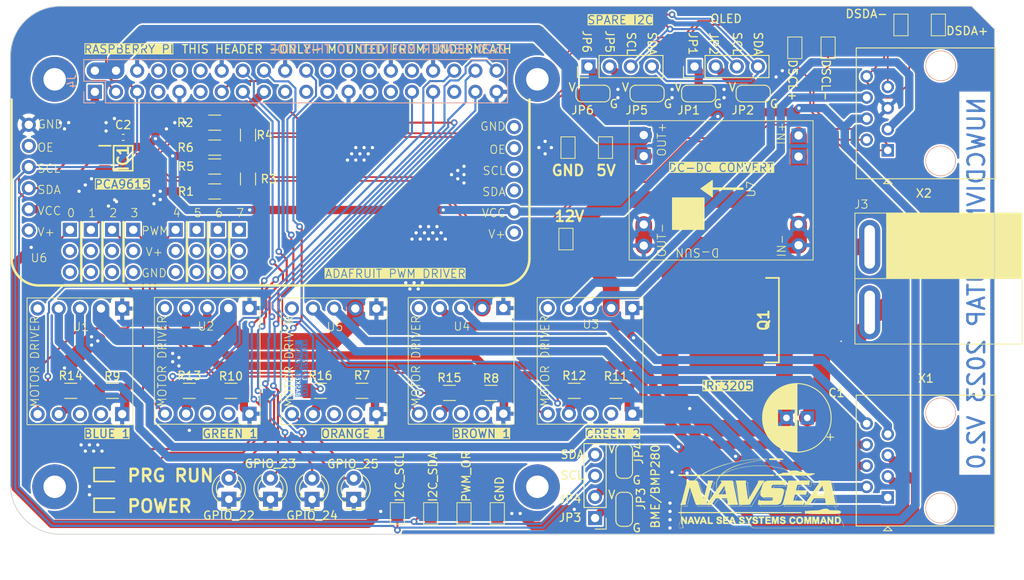
<source format=kicad_pcb>
(kicad_pcb (version 20221018) (generator pcbnew)
  (layers (0 "F.Cu" signal) (31 "B.Cu" signal) (34 "B.Paste" user) (35 "F.Paste" user) (36 "B.SilkS" user "B.Silkscreen") (37 "F.SilkS" user "F.Silkscreen") (38 "B.Mask" user) (39 "F.Mask" user) (44 "Edge.Cuts" user))
  (net 0 "")
  (net 1 "+12V")
  (net 2 "GND")
  (net 3 "+3.3V")
  (net 4 "/I2C1_SDA")
  (net 6 "/I2C1_SCL")
  (net 7 "/DSCL-")
  (net 8 "/DSCL+")
  (net 9 "/DSDA+")
  (net 10 "/DSDA-")
  (net 11 "+5V")
  (net 17 "/GPIO_27")
  (net 26 "Net-(J4-GCLK2{slash}GPIO6)")
  (net 28 "/GPIO_13")
  (net 30 "Net-(J4-GPIO16)")
  (net 31 "/GPIO_26")
  (net 32 "/GPIO_20")
  (net 33 "/GPIO_21")
  (net 34 "Net-(JP1-C)")
  (net 35 "Net-(JP2-C)")
  (net 36 "Net-(JP3-C)")
  (net 37 "Net-(JP4-C)")
  (net 43 "/PWM3_BLU")
  (net 45 "/BLU_MOTOR")
  (net 46 "/BLU_STR_MOTOR")
  (net 48 "/PWM4_GRE_1")
  (net 50 "/GRE_1_MOTOR")
  (net 51 "/GRE_STR_1_MOTOR")
  (net 53 "/PWM5_GRE_2")
  (net 55 "/GRE_2_MOTOR")
  (net 56 "/GRE_STR_2_MOTOR")
  (net 58 "/PWM2_BRO")
  (net 60 "/BRO_MOTOR")
  (net 61 "/BRO_STR_MOTOR")
  (net 63 "/PWM1_OR")
  (net 65 "/OR_MOTOR")
  (net 66 "/OR_STR_MOTOR")
  (net 74 "-BATT")
  (net 90 "/GPIO_22")
  (net 91 "/GPIO_23")
  (net 92 "/GPIO_24")
  (net 93 "/GPIO_25")
  (net 94 "Net-(J1-Pin_2)")
  (net 95 "Net-(J1-Pin_1)")
  (net 96 "Net-(U3-DIR)")
  (net 97 "Net-(U2-DIR)")
  (net 98 "Net-(U1-DIR)")
  (net 99 "Net-(U4-DIR)")
  (net 100 "Net-(U5-DIR)")
  (footprint "LED_THT:LED_D3.0mm" (layer "F.Cu") (at 76.25 118.79 90)
    (fp_text reference "GPIO_22")
    (fp_text value "LED")
  )
  (footprint "Resistor_SMD:R_1206_3216Metric_Pad1.30x1.75mm_HandSolder" (layer "F.Cu") (at 74.55 76.5)
    (fp_text reference "R6")
    (fp_text value "390")
  )
  (footprint "Resistor_SMD:R_1206_3216Metric_Pad1.30x1.75mm_HandSolder" (layer "F.Cu") (at 71.5 105.75)
    (fp_text reference "R13")
    (fp_text value "100")
  )
  (footprint "" (layer "F.Cu") (at 55.32 117.29)
    (fp_text reference "")
    (fp_text value "")
  )
  (footprint "Resistor_SMD:R_1206_3216Metric_Pad1.30x1.75mm_HandSolder" (layer "F.Cu") (at 117.75 105.75)
    (fp_text reference "R12")
    (fp_text value "100")
  )
  (footprint "Resistor_SMD:R_1206_3216Metric_Pad1.30x1.75mm_HandSolder" (layer "F.Cu") (at 62.25 105.75 180)
    (fp_text reference "R9")
    (fp_text value "10K")
  )
  (footprint "LED_THT:LED_D3.0mm" (layer "F.Cu") (at 86.25 118.805 90)
    (fp_text reference "GPIO_24")
    (fp_text value "LED")
  )
  (footprint "SamacSys_Parts:LEDC1608X45N" (layer "F.Cu") (at 61.65 115.825)
    (fp_text reference "LED1" hide)
    (fp_text value "APHM1608VRBXF_A-5MAV" hide)
  )
  (footprint "Connector_RJ:RJ45_OST_PJ012-8P8CX_Vertical" (layer "F.Cu") (at 155.42 76.8275 90)
    (fp_text reference "    X2    ")
    (fp_text value "RJ45")
  )
  (footprint "SamacSys_Parts:S275146R" (layer "F.Cu") (at 157 61.75 90)
    (fp_text reference "TP4" hide)
    (fp_text value "S2751-46R" hide)
  )
  (footprint "Jumper:SolderJumper-3_P1.3mm_Open_RoundedPad1.0x1.5mm_NumberLabels" (layer "F.Cu") (at 126.5 70)
    (fp_text reference "JP5")
    (fp_text value "SolderJumper_3_Open")
  )
  (footprint "Resistor_SMD:R_1206_3216Metric_Pad1.30x1.75mm_HandSolder" (layer "F.Cu") (at 92.25 105.75 180)
    (fp_text reference "R7")
    (fp_text value "10K")
  )
  (footprint "UTAP_Component_Library:PWM_DRIVER_TRUNCATE" (layer "F.Cu") (at 51.19249 68.302249)
    (fp_text reference "U6")
    (fp_text value "PCA9685")
  )
  (footprint "LED_THT:LED_D3.0mm" (layer "F.Cu") (at 81.25 118.79 90)
    (fp_text reference "GPIO_23")
    (fp_text value "LED")
  )
  (footprint "UTAP_Component_Library:MAX14870Breakout" (layer "F.Cu") (at 95.25 109.82 90)
    (fp_text reference "U5")
    (fp_text value "MAX14870Breakout")
  )
  (footprint "UTAP_Component_Library:MAX14870Breakout" (layer "F.Cu") (at 126 109.77 90)
    (fp_text reference "U3")
    (fp_text value "MAX14870Breakout")
  )
  (footprint "Resistor_SMD:R_1206_3216Metric_Pad1.30x1.75mm_HandSolder" (layer "F.Cu") (at 76.5 105.75 180)
    (fp_text reference "R10")
    (fp_text value "10K")
  )
  (footprint "Jumper:SolderJumper-3_P1.3mm_Open_RoundedPad1.0x1.5mm_NumberLabels" (layer "F.Cu") (at 132.7 70)
    (fp_text reference "JP1")
    (fp_text value "SolderJumper_3_Open")
  )
  (footprint "Resistor_SMD:R_1206_3216Metric_Pad1.30x1.75mm_HandSolder" (layer "F.Cu") (at 74.55 73.5 180)
    (fp_text reference "R2")
    (fp_text value "390")
  )
  (footprint "LED_THT:LED_D3.0mm" (layer "F.Cu") (at 91.25 118.805 90)
    (fp_text reference "GPIO_25")
    (fp_text value "LED")
  )
  (footprint "Connector_PinHeader_2.54mm:PinHeader_1x04_P2.54mm_Vertical" (layer "F.Cu") (at 119.46 66.75 90)
    (fp_text reference "J1" hide)
    (fp_text value "Conn_01x04_Socket")
  )
  (footprint "Capacitor_THT:CP_Radial_D8.0mm_P2.50mm" (layer "F.Cu") (at 145.75 109 180)
    (fp_text reference "C1")
    (fp_text value "865080657018")
  )
  (footprint "Jumper:SolderJumper-3_P1.3mm_Open_RoundedPad1.0x1.5mm_NumberLabels" (layer "F.Cu") (at 123.75 114.22 -90)
    (fp_text reference "JP4")
    (fp_text value "SolderJumper_3_Open")
  )
  (footprint "UTAP_Component_Library:MAX14870Breakout" (layer "F.Cu") (at 110.5 109.77 90)
    (fp_text reference "U4")
    (fp_text value "MAX14870Breakout")
  )
  (footprint "SamacSys_Parts:S275146R" (layer "F.Cu") (at 144.25 64.5 90)
    (fp_text reference "TP6" hide)
    (fp_text value "S2751-46R" hide)
  )
  (footprint "" (layer "F.Cu") (at 113.32 117.29)
    (fp_text reference "")
    (fp_text value "")
  )
  (footprint "Jumper:SolderJumper-3_P1.3mm_Open_RoundedPad1.0x1.5mm_NumberLabels" (layer "F.Cu") (at 139.25 70)
    (fp_text reference "JP2")
    (fp_text value "SolderJumper_3_Open")
  )
  (footprint "Jumper:SolderJumper-3_P1.3mm_Open_RoundedPad1.0x1.5mm_NumberLabels" (layer "F.Cu") (at 120 70)
    (fp_text reference "JP6")
    (fp_text value "SolderJumper_3_Open")
  )
  (footprint "Resistor_SMD:R_1206_3216Metric_Pad1.30x1.75mm_HandSolder" (layer "F.Cu") (at 102.75 106)
    (fp_text reference "R15")
    (fp_text value "100")
  )
  (footprint "Capacitor_SMD:C_0402_1005Metric_Pad0.74x0.62mm_HandSolder" (layer "F.Cu") (at 63.55 75.275 180)
    (fp_text reference "C2")
    (fp_text value "1.0uF")
  )
  (footprint "SamacSys_Parts:S275146R" (layer "F.Cu") (at 117 76.5 90)
    (fp_text reference "GND")
    (fp_text value "S2751-46R" hide)
  )
  (footprint "SamacSys_Parts:S275146R" (layer "F.Cu") (at 108.5 120.5 90)
    (fp_text reference "TP8" hide)
    (fp_text value "S2751-46R" hide)
  )
  (footprint "Resistor_SMD:R_1206_3216Metric_Pad1.30x1.75mm_HandSolder" (layer "F.Cu") (at 78.55 80.275 -90)
    (fp_text reference "R3")
    (fp_text value "100")
  )
  (footprint "Resistor_SMD:R_1206_3216Metric_Pad1.30x1.75mm_HandSolder" (layer "F.Cu") (at 107.75 106 180)
    (fp_text reference "R8")
    (fp_text value "10K")
  )
  (footprint "UTAP_Component_Library:MAX14870Breakout" (layer "F.Cu") (at 64.7 109.82 90)
    (fp_text reference "U1")
    (fp_text value "MAX14870Breakout")
  )
  (footprint "SamacSys_Parts:SOP50P490X110-10N" (layer "F.Cu") (at 63.55 77.775)
    (fp_text reference "IC1")
    (fp_text value "PCA9615DPZ" hide)
  )
  (footprint "Resistor_SMD:R_1206_3216Metric_Pad1.30x1.75mm_HandSolder" (layer "F.Cu") (at 87.25 105.75)
    (fp_text reference "R16")
    (fp_text value "100")
  )
  (footprint "LOGO" (layer "F.Cu") (at 140.25 117.75)
    (fp_text reference "G***" hide)
    (fp_text value "LOGO" hide)
  )
  (footprint "SamacSys_Parts:S275146R" (layer "F.Cu") (at 116.75 87.5 -90)
    (fp_text reference "TP9" hide)
    (fp_text value "S2751-46R" hide)
  )
  (footprint "Resistor_SMD:R_1206_3216Metric_Pad1.30x1.75mm_HandSolder" (layer "F.Cu") (at 74.55 81.775 180)
    (fp_text reference "R1")
    (fp_text value "390")
  )
  (footprint "UTAP_Component_Library:AndersonPowerPole" (layer "F.Cu") (at 153.245 88.44 -90)
    (fp_text reference "J3")
    (fp_text value "Screw_Terminal_01x02")
  )
  (footprint "Resistor_SMD:R_1206_3216Metric_Pad1.30x1.75mm_HandSolder" (layer "F.Cu") (at 57.25 105.75)
    (fp_text reference "R14")
    (fp_text value "100")
  )
  (footprint "SamacSys_Parts:S275146R" (layer "F.Cu") (at 121.5 76.5 90)
    (fp_text reference "TP10" hide)
    (fp_text value "S2751-46R" hide)
  )
  (footprint "Connector_PinHeader_2.54mm:PinHeader_1x04_P2.54mm_Vertical" (layer "F.Cu") (at 120.25 121.05 180)
    (fp_text reference "BME/BMP280")
    (fp_text value "BME/BMP280")
  )
  (footprint "" (layer "F.Cu") (at 113.32 68.29)
    (fp_text reference "")
    (fp_text value "")
  )
  (footprint "SamacSys_Parts:S275146R" (layer "F.Cu") (at 96.5 120.5 90)
    (fp_text reference "TP1" hide)
    (fp_text value "S2751-46R" hide)
  )
  (footprint "Resistor_SMD:R_1206_3216Metric_Pad1.30x1.75mm_HandSolder" (layer "F.Cu") (at 78.55 75 90)
    (fp_text reference "R4")
    (fp_text value "100")
  )
  (footprint "UTAP_Component_Library:MAX14870Breakout" (layer "F.Cu") (at 80 109.77 90)
    (fp_text reference "U2")
    (fp_text value "MAX14870Breakout")
  )
  (footprint "SamacSys_Parts:LEDC1608X45N" (layer "F.Cu") (at 61.65 119.5)
    (fp_text reference "LED2" hide)
    (fp_text value "APHM1608VRBXF_A-5MAV" hide)
  )
  (footprint "Connector_PinHeader_2.54mm:PinHeader_1x04_P2.54mm_Vertical" (layer "F.Cu") (at 132.2 66.75 90)
    (fp_text reference "OLED")
    (fp_text value "OLED")
  )
  (footprint "SamacSys_Parts:IRF3205STRLPBF" (layer "F.Cu") (at 140.5 97.25 90)
    (fp_text reference "Q1")
    (fp_text value "IRF3205STRLPBF" hide)
  )
  (footprint "Jumper:SolderJumper-3_P1.3mm_Open_RoundedPad1.0x1.5mm_NumberLabels" (layer "F.Cu") (at 123.75 120 -90)
    (fp_text reference "JP3")
    (fp_text value "SolderJumper_3_Open")
  )
  (footprint "SamacSys_Parts:S275146R" (layer "F.Cu") (at 100.5 120.5 90)
    (fp_text reference "TP2" hide)
    (fp_text value "S2751-46R" hide)
  )
  (footprint "SamacSys_Parts:S275146R" (layer "F.Cu") (at 104.5 120.5 90)
    (fp_text reference "TP7" hide)
    (fp_text value "S2751-46R" hide)
  )
  (footprint "" (layer "F.Cu") (at 55.32 68.29)
    (fp_text reference "")
    (fp_text value "")
  )
  (footprint "Connector_RJ:RJ45_OST_PJ012-8P8CX_Vertical" (layer "F.Cu") (at 155.42 118.5775 90)
    (fp_text reference "    X1    ")
    (fp_text value "RJ45")
  )
  (footprint "Resistor_SMD:R_1206_3216Metric_Pad1.30x1.75mm_HandSolder" (layer "F.Cu") (at 74.55 78.775)
    (fp_text reference "R5")
    (fp_text value "390")
  )
  (footprint "SamacSys_Parts:S275146R" (layer "F.Cu") (at 148.25 64.5 90)
    (fp_text reference "TP5" hide)
    (fp_text value "S2751-46R" hide)
  )
  (footprint "Resistor_SMD:R_1206_3216Metric_Pad1.30x1.75mm_HandSolder" (layer "F.Cu") (at 122.75 105.75 180)
    (fp_text reference "R11")
    (fp_text value "10K")
  )
  (footprint "UTAP_Component_Library:DCDC_CONVERT" (layer "F.Cu") (at 146.45 90.04 90)
    (fp_text reference "U7")
    (fp_text value "DCDC_CONVERT" hide)
  )
  (footprint "SamacSys_Parts:S275146R" (layer "F.Cu") (at 161.5 61.75 90)
    (fp_text reference "TP3" hide)
    (fp_text value "S2751-46R" hide)
  )
  (footprint "Connector_PinSocket_2.54mm:PinSocket_2x20_P2.54mm_Vertical" (layer "B.Cu") (at 60.15 69.79 -90)
    (fp_text reference "J4")
    (fp_text value "Raspberry_Pi_2_3")
  )
  (gr_line (start 75.25 120) (end 77.25 120) (stroke (width 0.15)) (layer "F.SilkS"))
  (gr_line (start 90.25 120) (end 92.25 120) (stroke (width 0.15)) (layer "F.SilkS"))
  (gr_line (start 85.25 120) (end 87.25 120) (stroke (width 0.15)) (layer "F.SilkS"))
  (gr_line (start 80.25 120) (end 82.25 120) (stroke (width 0.15)) (layer "F.SilkS"))
  (gr_line (start 56 59.5) (end 165.5 59.5) (stroke (width 0.1)) (layer "Edge.Cuts"))
  (gr_line (start 168.25 123) (end 56 123) (stroke (width 0.1)) (layer "Edge.Cuts"))
  (gr_arc (start 50 65.5) (mid 51.757359 61.257359) (end 56 59.5) (stroke (width 0.1)) (layer "Edge.Cuts"))
  (gr_arc (start 56 123) (mid 51.757359 121.242641) (end 50 117) (stroke (width 0.1)) (layer "Edge.Cuts"))
  (gr_line (start 168.25 62.25) (end 168.25 123) (stroke (width 0.1)) (layer "Edge.Cuts"))
  (gr_line (start 50 117) (end 50 65.5) (stroke (width 0.1)) (layer "Edge.Cuts"))
  (gr_line (start 165.5 59.5) (end 168.25 62.25) (stroke (width 0.1)) (layer "Edge.Cuts"))
  (gr_text "NUWCDIVNPT UTAP 2023 V2.0" (at 167.25 70.25 90) (layer "B.Cu") (effects (font (size 2 2) (thickness 0.3)) (justify left bottom mirror)))
  (gr_text "YAY! UNDERWATER\nBASKET WEAVING" (at 84.25 106.5 270) (layer "B.Cu" knockout) (effects (font (size 0.5 0.5) (thickness 0.1) bold italic) (justify left bottom mirror)))
  (gr_text "2x20 HEADER MOUNTED TO THIS SIDE" (at 109.75 65.25) (layer "B.SilkS") (effects (font (size 1 1)) (justify left bottom mirror)))
  (gr_text "JP2" (at 134.5 64 -90) (layer "F.SilkS") (effects (font (size 1 1))))
  (gr_text "THIS HEADER -ONLY- MOUNTED FROM UNDERNEATH" (at 70.5 65.25) (layer "F.SilkS") (effects (font (size 1 1)) (justify left bottom)))
  (gr_text "JP3" (at 117.25 121) (layer "F.SilkS") (effects (font (size 1 1))))
  (gr_text "BLUE 1" (at 58.75 111.5) (layer "F.SilkS" knockout) (effects (font (size 1 1)) (justify left bottom)))
  (gr_text "POWER" (at 63.9 120.5) (layer "F.SilkS") (effects (font (size 1.5 1.5) (thickness 0.3) bold) (justify left bottom)))
  (gr_text "PCA9615" (at 60 81.5) (layer "F.SilkS" knockout) (effects (font (size 1 1)) (justify left bottom)))
  (gr_text "PRG RUN\n" (at 63.9 116.825) (layer "F.SilkS") (effects (font (size 1.5 1.5) (thickness 0.3) bold) (justify left bottom)))
  (gr_text "IRF3205" (at 133 105.75) (layer "F.SilkS" knockout) (effects (font (size 1 1)) (justify left bottom)))
  (gr_text "SCL" (at 136.75 62.5 -90) (layer "F.SilkS") (effects (font (size 1 1)) (justify left bottom)))
  (gr_text "JP1" (at 132 64 -90) (layer "F.SilkS") (effects (font (size 1 1))))
  (gr_text "RASPBERRY PI" (at 58.75 65.25) (layer "F.SilkS" knockout) (effects (font (size 1 1) (thickness 0.125)) (justify left bottom)))
  (gr_text "DSDA+" (at 162.35 63.05) (layer "F.SilkS") (effects (font (size 1 1)) (justify left bottom)))
  (gr_text "SDA" (at 126.5 62.5 -90) (layer "F.SilkS") (effects (font (size 1 1)) (justify left bottom)))
  (gr_text "SCL" (at 116 116.5) (layer "F.SilkS") (effects (font (size 1 1)) (justify left bottom)))
  (gr_text "PWM_OR" (at 105.35 119.2 90) (layer "F.SilkS") (effects (font (size 1 1)) (justify left bottom)))
  (gr_text "ORANGE 1" (at 87.25 111.5) (layer "F.SilkS" knockout) (effects (font (size 1 1)) (justify left bottom)))
  (gr_text "DSDA-" (at 150.25 61) (layer "F.SilkS") (effects (font (size 1 1)) (justify left bottom)))
  (gr_text "JP5" (at 122 63.75 270) (layer "F.SilkS") (effects (font (size 1 1))))
  (gr_text "SDA" (at 139.25 62.5 -90) (layer "F.SilkS") (effects (font (size 1 1)) (justify left bottom)))
  (gr_text "JP6" (at 119.25 63.75 270) (layer "F.SilkS") (effects (font (size 1 1))))
  (gr_text "JP4" (at 117.25 118.75) (layer "F.SilkS") (effects (font (size 1 1))))
  (gr_text "GND" (at 109.35 119.2 90) (layer "F.SilkS") (effects (font (size 1 1)) (justify left bottom)))
  (gr_text "GREEN 1" (at 73 111.5) (layer "F.SilkS" knockout) (effects (font (size 1 1)) (justify left bottom)))
  (gr_text "I2C_SDA" (at 101.35 119.2 90) (layer "F.SilkS") (effects (font (size 1 1)) (justify left bottom)))
  (gr_text "BROWN 1" (at 103 111.5) (layer "F.SilkS" knockout) (effects (font (size 1 1)) (justify left bottom)))
  (gr_text "5V" (at 120.25 80) (layer "F.SilkS") (effects (font (size 1.27 1.27) (thickness 0.254) bold) (justify left bottom)))
  (gr_text "DSCL+" (at 143.4 65.8 -90) (layer "F.SilkS") (effects (font (size 1 1)) (justify left bottom)))
  (gr_text "DSCL-" (at 147.4 65.8 -90) (layer "F.SilkS") (effects (font (size 1 1)) (justify left bottom)))
  (gr_text "DC-DC CONVERT" (at 129 79.5) (layer "F.SilkS" knockout) (effects (font (size 1 1) (thickness 0.125)) (justify left bottom)))
  (gr_text "I2C_SCL" (at 97.35 119.2 90) (layer "F.SilkS") (effects (font (size 1 1)) (justify left bottom)))
  (gr_text "SDA" (at 116 114) (layer "F.SilkS") (effects (font (size 1 1)) (justify left bottom)))
  (gr_text "12V\n" (at 115.25 85.5) (layer "F.SilkS") (effects (font (size 1.27 1.27) (thickness 0.254) bold) (justify left bottom)))
  (gr_text "GREEN 2" (at 119 111.5) (layer "F.SilkS" knockout) (effects (font (size 1 1)) (justify left bottom)))
  (gr_text "SPARE I2C" (at 119.25 61.75) (layer "F.SilkS" knockout) (effects (font (size 1 1) (thickness 0.125)) (justify left bottom)))
  (gr_text "SCL" (at 124 62.5 -90) (layer "F.SilkS") (effects (font (size 1 1)) (justify left bottom)))
  (segment (start 91.44 95.85) (end 91.44 94.29) (width 2) (layer "F.Cu") (net 1))
  (segment (start 147.485 99.79) (end 147.485 107.265) (width 2) (layer "F.Cu") (net 1))
  (segment (start 147.485 99.79) (end 151.21 99.79) (width 2) (layer "F.Cu") (net 1))
  (segment (start 88.692081 99.8) (end 91.44 97.052081) (width 2) (layer "F.Cu") (net 1))
  (segment (start 114.05 90.6) (end 110.33 90.6) (width 2) (layer "F.Cu") (net 1))
  (segment (start 156.25 85.25) (end 156.25 94.5) (width 2) (layer "F.Cu") (net 1))
  (segment (start 151.21 99.79) (end 153.245 97.755) (width 2) (layer "F.Cu") (net 1))
  (segment (start 153.245 97.755) (end 153.245 96.314) (width 2) (layer "F.Cu") (net 1))
  (segment (start 144.7 77.58) (end 144.7 80.95) (width 2) (layer "F.Cu") (net 1))
  (segment (start 142.9 82.75) (end 144.7 80.95) (width 2) (layer "F.Cu") (net 1))
  (segment (start 144.7 80.95) (end 144.75 81) (width 2) (layer "F.Cu") (net 1))
  (segment (start 144.7 75.04) (end 144.7 77.58) (width 2) (layer "F.Cu") (net 1))
  (segment (start 91.44 97.052081) (end 91.44 95.85) (width 2) (layer "F.Cu") (net 1))
  (segment (start 106.69 90.6) (end 106.69 95.8) (width 2) (layer "F.Cu") (net 1))
  (segment (start 152 81) (end 156.25 85.25) (width 2) (layer "F.Cu") (net 1))
  (segment (start 154.436 96.314) (end 153.245 96.314) (width 2) (layer "F.Cu") (net 1))
  (segment (start 156.25 94.5) (end 154.436 96.314) (width 2) (layer "F.Cu") (net 1))
  (segment (start 116.75 87.5) (end 122.19 92.94) (width 2) (layer "F.Cu") (net 1))
  (segment (start 91.44 94.29) (end 95.13 90.6) (width 2) (layer "F.Cu") (net 1))
  (segment (start 116.75 87.9) (end 114.05 90.6) (width 2) (layer "F.Cu") (net 1))
  (segment (start 116.75 87.5) (end 116.75 87.9) (width 2) (layer "F.Cu") (net 1))
  (segment (start 76.19 98.19) (end 77.8 99.8) (width 2) (layer "F.Cu") (net 1))
  (segment (start 147.485 107.265) (end 145.75 109) (width 2) (layer "F.Cu") (net 1))
  (segment (start 121.5 82.75) (end 142.9 82.75) (width 2) (layer "F.Cu") (net 1))
  (segment (start 110.33 90.6) (end 106.69 90.6) (width 2) (layer "F.Cu") (net 1))
  (segment (start 116.75 87.5) (end 121.5 82.75) (width 2) (layer "F.Cu") (net 1))
  (segment (start 122.19 92.94) (end 122.19 95.8) (width 2) (layer "F.Cu") (net 1))
  (segment (start 76.19 95.8) (end 76.19 98.19) (width 2) (layer "F.Cu") (net 1))
  (segment (start 95.13 90.6) (end 110.33 90.6) (width 2) (layer "F.Cu") (net 1))
  (segment (start 144.75 81) (end 152 81) (width 2) (layer "F.Cu") (net 1))
  (segment (start 77.8 99.8) (end 88.692081 99.8) (width 2) (layer "F.Cu") (net 1))
  (segment (start 60.89 97.189138) (end 62.950862 99.25) (width 2) (layer "B.Cu") (net 1))
  (segment (start 122.19 95.8) (end 122.2 95.8) (width 1) (layer "B.Cu") (net 1))
  (segment (start 60.89 95.85) (end 60.89 97.189138) (width 2) (layer "B.Cu") (net 1))
  (segment (start 73.875461 99.25) (end 76.19 96.935461) (width 2) (layer "B.Cu") (net 1))
  (segment (start 62.950862 99.25) (end 73.875461 99.25) (width 2) (layer "B.Cu") (net 1))
  (segment (start 76.19 96.935461) (end 76.19 95.8) (width 2) (layer "B.Cu") (net 1))
  (segment (start 122.2 95.8) (end 122.25 95.75) (width 1) (layer "B.Cu") (net 1))
  (segment (start 94.5 120.25) (end 93 121.75) (width 1) (layer "F.Cu") (net 2))
  (segment (start 59.75 80.25) (end 60.875 79.125) (width 1) (layer "F.Cu") (net 2))
  (segment (start 59.55 118.25) (end 60.8 119.5) (width 1) (layer "F.Cu") (net 2))
  (segment (start 63.8 105.75) (end 63.8 108.18) (width 1) (layer "F.Cu") (net 2))
  (segment (start 110.25 120.5) (end 111.25 120.5) (width 1) (layer "F.Cu") (net 2))
  (segment (start 144.7 85.7) (end 144.7 88.24) (width 2) (layer "F.Cu") (net 2))
  (segment (start 59.5 117.25) (end 59.5 117.125) (width 1) (layer "F.Cu") (net 2))
  (segment (start 78.05 107.82) (end 78.73 108.5) (width 1) (layer "F.Cu") (net 2))
  (segment (start 142 110.25) (end 143 109.25) (width 2) (layer "F.Cu") (net 2))
  (segment (start 112.75 122) (end 114 122) (width 1) (layer "F.Cu") (net 2))
  (segment (start 62.5 74.5) (end 62.9175 74.9175) (width 1) (layer "F.Cu") (net 2))
  (segment (start 140.55 70) (end 140.55 69.45) (width 1) (layer "F.Cu") (net 2))
  (segment (start 147.22 94.71) (end 147.485 94.71) (width 2) (layer "F.Cu") (net 2))
  (segment (start 127.27 115.52) (end 127.02 115.52) (width 1) (layer "F.Cu") (net 2))
  (segment (start 129.5 115.52) (end 127.02 115.52) (width 1) (layer "F.Cu") (net 2))
  (segment (start 134 110.25) (end 142 110.25) (width 2) (layer "F.Cu") (net 2))
  (segment (start 109.3 106) (end 109.3 108.43) (width 1) (layer "F.Cu") (net 2))
  (segment (start 113.5 76.5) (end 117 76.5) (width 2) (layer "F.Cu") (net 2))
  (segment (start 60.875 79.125) (end 61.75 79.125) (width 1) (layer "F.Cu") (net 2))
  (segment (start 93 121.75) (end 54.971673 121.75) (width 1) (layer "F.Cu") (net 2))
  (segment (start 50.659033 90.340967) (end 52.5 88.5) (width 1) (layer "F.Cu") (net 2))
  (segment (start 121.3 70) (end 122.5 70) (width 1) (layer "F.Cu") (net 2))
  (segment (start 126.1 85.75) (end 126.1 88.29) (width 2) (layer "F.Cu") (net 2))
  (segment (start 108.5 120.5) (end 110.25 120.5) (width 1) (layer "F.Cu") (net 2))
  (segment (start 114 122) (end 116 120) (width 1) (layer "F.Cu") (net 2))
  (segment (start 93.8 105.75) (end 93.8 108.37) (width 1) (layer "F.Cu") (net 2))
  (segment (start 129.25 121.25) (end 129.25 122.25) (width 1) (layer "F.Cu") (net 2))
  (segment (start 129.25 120.25) (end 129.25 121.25) (width 1) (layer "F.Cu") (net 2))
  (segment (start 59.5 118.25) (end 59.55 118.25) (width 1) (layer "F.Cu") (net 2))
  (segment (start 59.5 117.25) (end 59.5 118.25) (width 1) (layer "F.Cu") (net 2))
  (segment (start 143 109.25) (end 143 98.93) (width 2) (layer "F.Cu") (net 2))
  (segment (start 54.971673 121.75) (end 50.659033 117.43736) (width 1) (layer "F.Cu") (net 2))
  (segment (start 129.2 121.3) (end 129.25 121.25) (width 1) (layer "F.Cu") (net 2))
  (segment (start 132.505 88.24) (end 129.25 91.495) (width 2) (layer "F.Cu") (net 2))
  (segment (start 123.75 115.52) (end 127.02 115.52) (width 1) (layer "F.Cu") (net 2))
  (segment (start 144.7 88.24) (end 132.505 88.24) (width 2) (layer "F.Cu") (net 2))
  (segment (start 140.55 69.45) (end 142 68) (width 1) (layer "F.Cu") (net 2))
  (segment (start 93.8 108.37) (end 93.98 108.55) (width 1) (layer "F.Cu") (net 2))
  (segment (start 56.375 103.125) (end 59.75 99.75) (width 2) (layer "F.Cu") (net 2))
  (segment (start 127.8 70) (end 128.75 70) (width 1) (layer "F.Cu") (net 2))
  (segment (start 134 70) (end 135.25 70) (width 1) (layer "F.Cu") (net 2))
  (segment (start 73 73.5) (end 69.75 73.5) (width 1) (layer "F.Cu") (net 2))
  (segment (start 50.659033 117.43736) (end 50.659033 90.340967) (width 1) (layer "F.Cu") (net 2))
  (segment (start 135.25 70) (end 135.75 69.5) (width 1) (layer "F.Cu") (net 2))
  (segment (start 111.25 120.5) (end 112.75 122) (width 1) (layer "F.Cu") (net 2))
  (segment (start 122.5 70) (end 123 70.5) (width 1) (layer "F.Cu") (net 2))
  (segment (start 124.3 105.75) (end 124.3 108.07) (width 1) (layer "F.Cu") (net 2))
  (segment (start 129 70) (end 129.5 69.5) (width 1) (layer "F.Cu") (net 2))
  (segment (start 143 98.93) (end 147.22 94.71) (width 2) (layer "F.Cu") (net 2))
  (segment (start 135.25 70) (end 135.75 70.5) (width 1) (layer "F.Cu") (net 2))
  (segment (start 63.8 108.18) (end 63.43 108.55) (width 1) (layer "F.Cu") (net 2))
  (segment (start 142 68) (end 142.75 67.25) (width 1) (layer "F.Cu") (net 2))
  (segment (start 67.725 81.775) (end 67.25 82.25) (width 1) (layer "F.Cu") (net 2))
  (segment (start 61.5 74.5) (end 62.5 74.5) (width 1) (layer "F.Cu") (net 2))
  (segment (start 129.25 105.5) (end 131.625 107.875) (width 2) (layer "F.Cu") (net 2))
  (segment (start 109.3 108.43) (end 109.23 108.5) (width 1) (layer "F.Cu") (net 2))
  (segment (start 59.5 117.125) (end 60.8 115.825) (width 1) (layer "F.Cu") (net 2))
  (segment (start 61.5 73.5) (end 61.5 74.5) (width 1) (layer "F.Cu") (net 2))
  (segment (start 73 81.775) (end 67.725 81.775) (width 1) (layer "F.Cu") (net 2))
  (segment (start 129.25 91.495) (end 129.25 105.5) (width 2) (layer "F.Cu") (net 2))
  (segment (start 131.625 107.875) (end 134 110.25) (width 2) (layer "F.Cu") (net 2))
  (segment (start 62.9175 74.9175) (end 62.9175 75.120444) (width 1) (layer "F.Cu") (net 2))
  (segment (start 129 70) (end 129.5 70.5) (width 1) (layer "F.Cu") (net 2))
  (segment (start 123.75 121.3) (end 129.2 121.3) (width 1) (layer "F.Cu") (net 2))
  (segment (start 122.5 70) (end 123 69.5) (width 1) (layer "F.Cu") (net 2))
  (segment (start 116 120) (end 117.75 120) (width 1) (layer "F.Cu") (net 2))
  (segment (start 124.3 108.07) (end 124.73 108.5) (width 1) (layer "F.Cu") (net 2))
  (segment (start 78.05 105.75) (end 78.05 107.82) (width 1) (layer "F.Cu") (net 2))
  (segment (start 59.75 99.75) (end 60.5 99.75) (width 2) (layer "F.Cu") (net 2))
  (via (at 68.75 74.25) (size 0.8) (drill 0.4) (layers "F.Cu" "B.Cu") (net 2))
  (via (at 62.527464 82.777464) (size 0.8) (drill 0.4) (layers "F.Cu" "B.Cu") (net 2))
  (via (at 117.75 120) (size 0.8) (drill 0.4) (layers "F.Cu" "B.Cu") (net 2))
  (via (at 59 81) (size 0.8) (drill 0.4) (layers "F.Cu" "B.Cu") (net 2))
  (via (at 99.5 92.75) (size 0.8) (drill 0.4) (layers "F.Cu" "B.Cu") (net 2))
  (via (at 100.75 86.75) (size 0.8) (drill 0.4) (layers "F.Cu" "B.Cu") (net 2))
  (via (at 59.75 99.25) (size 0.8) (drill 0.4) (layers "F.Cu" "B.Cu") (net 2))
  (via (at 135.75 70.5) (size 0.8) (drill 0.4) (layers "F.Cu" "B.Cu") (net 2))
  (via (at 62.5 73) (size 0.8) (drill 0.4) (layers "F.Cu" "B.Cu") (net 2))
  (via (at 99.25 87.5) (size 0.8) (drill 0.4) (layers "F.Cu" "B.Cu") (net 2))
  (via (at 103.75 80.25) (size 0.8) (drill 0.4) (layers "F.Cu" "B.Cu") (net 2))
  (via (at 129.5 69.5) (size 0.8) (drill 0.4) (layers "F.Cu" "B.Cu") (net 2))
  (via (at 69.5 102.25) (size 0.8) (drill 0.4) (layers "F.Cu" "B.Cu") (net 2))
  (via (at 92 77.25) (size 0.8) (drill 0.4) (layers "F.Cu" "B.Cu") (net 2))
  (via (at 110.25 120.5) (size 0.8) (drill 0.4) (layers "F.Cu" "B.Cu") (net 2))
  (via (at 113.5 76.5) (size 0.8) (drill 0.4) (layers "F.Cu" "B.Cu") (net 2))
  (via (at 98.5 92.75) (size 0.8) (drill 0.4) (layers "F.Cu" "B.Cu") (net 2))
  (via (at 99 93.5) (size 0.8) (drill 0.4) (layers "F.Cu" "B.Cu") (net 2))
  (via (at 91.5 78) (size 0.8) (drill 0.4) (layers "F.Cu" "B.Cu") (net 2))
  (via (at 93 77.25) (size 0.8) (drill 0.4) (layers "F.Cu" "B.Cu") (net 2))
  (via (at 92.5 78) (size 0.8) (drill 0.4) (layers "F.Cu" "B.Cu") (net 2))
  (via (at 129.25 120.25) (size 0.8) (drill 0.4) (layers "F.Cu" "B.Cu") (net 2))
  (via (at 115 76.5) (size 0.8) (drill 0.4) (layers "F.Cu" "B.Cu") (net 2))
  (via (at 135.75 69.5) (size 0.8) (drill 0.4) (layers "F.Cu" "B.Cu") (net 2))
  (via (at 58.25 81.75) (size 0.8) (drill 0.4) (layers "F.Cu" "B.Cu") (net 2))
  (via (at 103.75 79.25) (size 0.8) (drill 0.4) (layers "F.Cu" "B.Cu") (net 2))
  (via (at 102.25 87.5) (size 0.8) (drill 0.4) (layers "F.Cu" "B.Cu") (net 2))
  (via (at 91.5 76.5) (size 0.8) (drill 0.4) (layers "F.Cu" "B.Cu") (net 2))
  (via (at 58.5 112.25) (size 0.8) (drill 0.4) (layers "F.Cu" "B.Cu") (net 2))
  (via (at 60 113) (size 0.8) (drill 0.4) (layers "F.Cu" "B.Cu") (net 2))
  (via (at 101.75 86.75) (size 0.8) (drill 0.4) (layers "F.Cu" "B.Cu") (net 2))
  (via (at 123 70.5) (size 0.8) (drill 0.4) (layers "F.Cu" "B.Cu") (net 2))
  (via (at 99.75 86.75) (size 0.8) (drill 0.4) (layers "F.Cu" "B.Cu") (net 2))
  (via (at 98 93.5) (size 0.8) (drill 0.4) (layers "F.Cu" "B.Cu") (net 2))
  (via (at 59.5 118.25) (size 0.8) (drill 0.4) (layers "F.Cu" "B.Cu") (net 2))
  (via (at 69.75 73.5) (size 0.8) (drill 0.4) (layers "F.Cu" "B.Cu") (net 2))
  (via (at 60.5 112.25) (size 0.8) (drill 0.4) (layers "F.Cu" "B.Cu") (net 2))
  (via (at 93.5 76.5) (size 0.8) (drill 0.4) (layers "F.Cu" "B.Cu") (net 2))
  (via (at 129.5 115.52) (size 0.8) (drill 0.4) (layers "F.Cu" "B.Cu") (net 2))
  (via (at 68 82.75) (size 0.8) (drill 0.4) (layers "F.Cu" "B.Cu") (net 2))
  (via (at 104.5 80.75) (size 0.8) (drill 0.4) (layers "F.Cu" "B.Cu") (net 2))
  (via (at 114.25 77.25) (size 0.8) (drill 0.4) (layers "F.Cu" "B.Cu") (net 2))
  (via (at 61 113) (size 0.8) (drill 0.4) (layers "F.Cu" "B.Cu") (net 2))
  (via (at 103 79.75) (size 0.8) (drill 0.4) (layers "F.Cu" "B.Cu") (net 2))
  (via (at 101.25 86) (size 0.8) (drill 0.4) (layers "F.Cu" "B.Cu") (net 2))
  (via (at 59.5 112.25) (size 0.8) (drill 0.4) (layers "F.Cu" "B.Cu") (net 2))
  (via (at 59 113) (size 0.8) (drill 0.4) (layers "F.Cu" "B.Cu") (net 2))
  (via (at 114.25 75.75) (size 0.8) (drill 0.4) (layers "F.Cu" "B.Cu") (net 2))
  (via (at 100.25 87.5) (size 0.8) (drill 0.4) (layers "F.Cu" "B.Cu") (net 2))
  (via (at 131.625 107.875) (size 0.8) (drill 0.4) (layers "F.Cu" "B.Cu") (net 2))
  (via (at 98.75 86.75) (size 0.8) (drill 0.4) (layers "F.Cu" "B.Cu") (net 2))
  (via (at 71 73.5) (size 0.8) (drill 0.4) (layers "F.Cu" "B.Cu") (net 2))
  (via (at 62.75 83) (size 0.8) (drill 0.4) (layers "F.Cu" "B.Cu") (net 2))
  (via (at 59.5 117.25) (size 0.8) (drill 0.4) (layers "F.Cu" "B.Cu") (net 2))
  (via (at 59.75 100.25) (size 0.8) (drill 0.4) (layers "F.Cu" "B.Cu") (net 2))
  (via (at 71.5 110.5) (size 0.8) (drill 0.4) (layers "F.Cu" "B.Cu") (net 2))
  (via (at 97.5 92.75) (size 0.8) (drill 0.4) (layers "F.Cu" "B.Cu") (net 2))
  (via (at 99.25 86) (size 0.8) (drill 0.4) (layers "F.Cu" "B.Cu") (net 2))
  (via (at 111.25 120.5) (size 0.8) (drill 0.4) (layers "F.Cu" "B.Cu") (net 2))
  (via (at 92.5 76.5) (size 0.8) (drill 0.4) (layers "F.Cu" "B.Cu") (net 2))
  (via (at 123 69.5) (size 0.8) (drill 0.4) (layers "F.Cu" "B.Cu") (net 2))
  (via (at 67.25 82.25) (size 0.8) (drill 0.4) (layers "F.Cu" "B.Cu") (net 2))
  (via (at 104.5 79.75) (size 0.8) (drill 0.4) (layers "F.Cu" "B.Cu") (net 2))
  (via (at 68 81.75) (size 0.8) (drill 0.4) (layers "F.Cu" "B.Cu") (net 2))
  (via (at 69.5 101.25) (size 0.8) (drill 0.4) (layers "F.Cu" "B.Cu") (net 2))
  (via (at 61.5 73.5) (size 0.8) (drill 0.4) (layers "F.Cu" "B.Cu") (net 2))
  (via (at 129.25 121.25) (size 0.8) (drill 0.4) (layers "F.Cu" "B.Cu") (net 2))
  (via (at 56.5 103) (size 0.8) (drill 0.4) (layers "F.Cu" "B.Cu") (net 2))
  (via (at 129.250639 119.250639) (size 0.8) (drill 0.4) (layers "F.Cu" "B.Cu") (net 2))
  (via (at 90.5 78) (size 0.8) (drill 0.4) (layers "F.Cu" "B.Cu") (net 2))
  (via (at 98.25 87.5) (size 0.8) (drill 0.4) (layers "F.Cu" "B.Cu") (net 2))
  (via (at 101.25 87.5) (size 0.8) (drill 0.4) (layers "F.Cu" "B.Cu") (net 2))
  (via (at 142.75 67.25) (size 0.8) (drill 0.4) (layers "F.Cu" "B.Cu") (net 2))
  (via (at 52.5 88.5) (size 0.8) (drill 0.4) (layers "F.Cu" "B.Cu") (net 2))
  (via (at 129.5 70.5) (size 0.8) (drill 0.4) (layers "F.Cu" "B.Cu") (net 2))
  (via (at 104.5 78.75) (size 0.8) (drill 0.4) (layers "F.Cu" "B.Cu") (net 2))
  (via (at 60.5 99.75) (size 0.8) (drill 0.4) (layers "F.Cu" "B.Cu") (net 2))
  (via (at 70.25 101.75) (size 0.8) (drill 0.4) (layers "F.Cu" "B.Cu") (net 2))
  (via (at 94.5 120.25) (size 0.8) (drill 0.4) (layers "F.Cu" "B.Cu") (net 2))
  (via (at 129.25 122.25) (size 0.8) (drill 0.4) (layers "F.Cu" "B.Cu") (net 2))
  (via (at 100.25 86) (size 0.8) (drill 0.4) (layers "F.Cu" "B.Cu") (net 2))
  (via (at 61.5 74.5) (size 0.8) (drill 0.4) (layers "F.Cu" "B.Cu") (net 2))
  (via (at 56 73.5) (size 0.8) (drill 0.4) (layers "F.Cu" "B.Cu") (net 2))
  (via (at 91 77.25) (size 0.8) (drill 0.4) (layers "F.Cu" "B.Cu") (net 2))
  (via (at 67.25 83.25) (size 0.8) (drill 0.4) (layers "F.Cu" "B.Cu") (net 2))
  (via (at 57 73.5) (size 0.8) (drill 0.4) (layers "F.Cu" "B.Cu") (net 2))
  (via (at 56.5 74.25) (size 0.8) (drill 0.4) (layers "F.Cu" "B.Cu") (net 2))
  (via (at 142 68) (size 0.8) (drill 0.4) (layers "F.Cu" "B.Cu") (net 2))
  (via (at 59.75 80.25) (size 0.8) (drill 0.4) (layers "F.Cu" "B.Cu") (net 2))
  (via (at 61.777464 83.527464) (size 0.8) (drill 0.4) (layers "F.Cu" "B.Cu") (net 2))
  (via (at 70.25 102.75) (size 0.8) (drill 0.4) (layers "F.Cu" "B.Cu") (net 2))
  (segment (start 131 108.5) (end 131.625 107.875) (width 1) (layer "B.Cu") (net 2))
  (segment (start 124.73 108.5) (end 131 108.5) (width 1) (layer "B.Cu") (net 2))
  (segment (start 64.925 76.425) (end 64.1175 76.425) (width 1) (layer "F.Cu") (net 3))
  (segment (start 135.5 72.25) (end 131.5 72.25) (width 1) (layer "F.Cu") (net 3))
  (segment (start 125.25 72.25) (end 119.6 72.25) (width 1) (layer "F.Cu") (net 3))
  (segment (start 67.425 75.425) (end 66.425 76.425) (width 1) (layer "F.Cu") (net 3))
  (segment (start 118.7 71.35) (end 118.7 70) (width 1) (layer "F.Cu") (net 3))
  (segment (start 128.24635 118.7) (end 123.75 118.7) (width 1) (layer "F.Cu") (net 3))
  (segment (start 131.30273 115.64362) (end 128.24635 118.7) (width 1) (layer "F.Cu") (net 3))
  (segment (start 119.6 72.25) (end 118.7 71.35) (width 1) (layer "F.Cu") (net 3))
  (segment (start 64.1175 76.425) (end 64.1175 75.275) (width 1) (layer "F.Cu") (net 3))
  (segment (start 125.2 70) (end 125.2 72.2) (width 1) (layer "F.Cu") (net 3))
  (segment (start 60.925 76.425) (end 63.5 76.425) (width 1) (layer "F.Cu") (net 3))
  (segment (start 63.5 80.25) (end 59.833 83.917) (width 1) (layer "F.Cu") (net 3))
  (segment (start 67.425 74.019365) (end 69.694365 71.75) (width 1) (layer "F.Cu") (net 3))
  (segment (start 135.5 72.25) (end 138 72.25) (width 1) (layer "F.Cu") (net 3))
  (segment (start 78.51 71.75) (end 80.47 69.79) (width 1) (layer "F.Cu") (net 3))
  (segment (start 131.30273 115.374081) (end 128.848649 112.92) (width 1) (layer "F.Cu") (net 3))
  (segment (start 73 77.5) (end 73 78.775) (width 1) (layer "F.Cu") (net 3))
  (segment (start 135 72.75) (end 135.5 72.25) (width 1) (layer "F.Cu") (net 3))
  (segment (start 128.848649 112.92) (end 123.75 112.92) (width 1) (layer "F.Cu") (net 3))
  (segment (start 66.425 76.425) (end 64.925 76.425) (width 1) (layer "F.Cu") (net 3))
  (segment (start 137.95 70) (end 137.95 72.2) (width 1) (layer "F.Cu") (net 3))
  (segment (start 59.833 83.917) (end 52.209033 83.917) (width 1) (layer "F.Cu") (net 3))
  (segment (start 69.694365 71.75) (end 78.51 71.75) (width 1) (layer "F.Cu") (net 3))
  (segment (start 78.75 84) (end 102 84) (width 1) (layer "F.Cu") (net 3))
  (segment (start 63.5 76.425) (end 63.5 80.25) (width 1) (layer "F.Cu") (net 3))
  (segment (start 73 76.5) (end 73 77.5) (width 1) (layer "F.Cu") (net 3))
  (segment (start 131.4 72.15) (end 131.5 72.25) (width 1) (layer "F.Cu") (net 3))
  (segment (start 60.15 75.65) (end 60.925 76.425) (width 1) (layer "F.Cu") (net 3))
  (segment (start 131.5 72.25) (end 125.25 72.25) (width 1) (layer "F.Cu") (net 3))
  (segment (start 125.2 72.2) (end 125.25 72.25) (width 1) (layer "F.Cu") (net 3))
  (segment (start 67.425 75.425) (end 67.425 74.019365) (width 1) (layer "F.Cu") (net 3))
  (segment (start 60.15 69.79) (end 60.15 75.65) (width 1) (layer "F.Cu") (net 3))
  (segment (start 131.4 70) (end 131.4 72.15) (width 1) (layer "F.Cu") (net 3))
  (segment (start 138 72.25) (end 144.25 72.25) (width 1) (layer "F.Cu") (net 3))
  (segment (start 144.25 72.25) (end 144.75 71.75) (width 1) (layer "F.Cu") (net 3))
  (segment (start 73 77.5) (end 69.5 77.5) (width 1) (layer "F.Cu") (net 3))
  (segment (start 131.30273 115.64362) (end 131.30273 115.374081) (width 1) (layer "F.Cu") (net 3))
  (segment (start 137.95 72.2) (end 138 72.25) (width 1) (layer "F.Cu") (net 3))
  (segment (start 63.5 76.425) (end 64.925 76.425) (width 1) (layer "F.Cu") (net 3))
  (via (at 144.75 71.75) (size 0.8) (drill 0.4) (layers "F.Cu" "B.Cu") (net 3))
  (via (at 102 84) (size 0.8) (drill 0.4) (layers "F.Cu" "B.Cu") (net 3))
  (via (at 67.425 75.425) (size 0.8) (drill 0.4) (layers "F.Cu" "B.Cu") (net 3))
  (via (at 131.30273 115.64362) (size 0.8) (drill 0.4) (layers "F.Cu" "B.Cu") (net 3))
  (via (at 69.5 77.5) (size 0.8) (drill 0.4) (layers "F.Cu" "B.Cu") (net 3))
  (via (at 78.75 84) (size 0.8) (drill 0.4) (layers "F.Cu" "B.Cu") (net 3))
  (via (at 135 72.75) (size 0.8) (drill 0.4) (layers "F.Cu" "B.Cu") (net 3))
  (segment (start 150.25 74.25) (end 147.75 71.75) (width 1) (layer "B.Cu") (net 3))
  (segment (start 78.75 84) (end 71.25 84) (width 1) (layer "B.Cu") (net 3))
  (segment (start 131.30273 115.64362) (end 131.39362 115.64362) (width 1) (layer "B.Cu") (net 3))
  (segment (start 71.25 84) (end 69.5 82.25) (width 1) (layer "B.Cu") (net 3))
  (segment (start 102 84) (end 110.342033 84) (width 1) (layer "B.Cu") (net 3))
  (segment (start 151.2325 73.0175) (end 152.88 73.0175) (width 1) (layer "B.Cu") (net 3))
  (segment (start 137 121.25) (end 157 121.25) (width 1) (layer "B.Cu") (net 3))
  (segment (start 150.25 75.6475) (end 150.25 74) (width 1) (layer "B.Cu") (net 3))
  (segment (start 157 121.25) (end 158.75 119.5) (width 1) (layer "B.Cu") (net 3))
  (segment (start 69.5 82.25) (end 69.5 77.5) (width 1) (layer "B.Cu") (net 3))
  (segment (start 150.25 76.25) (end 150.25 75.6475) (width 1) (layer "B.Cu") (net 3))
  (segment (start 67.425 75.425) (end 69.5 77.5) (width 1) (layer "B.Cu") (net 3))
  (segment (start 110.342033 84) (end 110.534033 84.192) (width 1) (layer "B.Cu") (net 3))
  (segment (start 150.25 74) (end 151.2325 73.0175) (width 1) (layer "B.Cu") (net 3))
  (segment (start 131.39362 115.64362) (end 137 121.25) (width 1) (layer "B.Cu") (net 3))
  (segment (start 147.75 71.75) (end 144.75 71.75) (width 1) (layer "B.Cu") (net 3))
  (segment (start 158.75 84.75) (end 150.25 76.25) (width 1) (layer "B.Cu") (net 3))
  (segment (start 158.75 119.5) (end 158.75 84.75) (width 1) (layer "B.Cu") (net 3))
  (segment (start 135 72.75) (end 123.558 84.192) (width 1) (layer "B.Cu") (net 3))
  (segment (start 150.25 75.6475) (end 150.25 74.25) (width 1) (layer "B.Cu") (net 3))
  (segment (start 123.558 84.192) (end 110.534033 84.192) (width 1) (layer "B.Cu") (net 3))
  (segment (start 59 68.5) (end 61.4 68.5) (width 0.25) (layer "F.Cu") (net 4))
  (segment (start 59 75.925) (end 53.548 81.377) (width 0.25) (layer "F.Cu") (net 4))
  (segment (start 59 75.925) (end 59.2875 76.2125) (width 0.25) (layer "F.Cu") (net 4))
  (segment (start 59 70.965) (end 59 75.925) (width 0.25) (layer "F.Cu") (net 4))
  (segment (start 60.35 77.275) (end 59.2875 76.2125) (width 0.25) (layer "F.Cu") (net 4))
  (segment (start 99.4755 120.5) (end 100.5 120.5) (width 0.25) (layer "F.Cu") (net 4))
  (segment (start 58.5 66) (end 58.5 68) (width 0.25) (layer "F.Cu") (net 4))
  (segment (start 98.5 121.4755) (end 99.4755 120.5) (width 0.25) (layer "F.Cu") (net 4))
  (segment (start 129.5 60.5) (end 64 60.5) (width 0.25) (layer "F.Cu") (net 4))
  (segment (start 59 68.5) (end 58.975 68.525) (width 0.25) (layer "F.Cu") (net 4))
  (segment (start 58.5 68) (end 59 68.5) (width 0.25) (layer "F.Cu") (net 4))
  (segment (start 61.4 68.5) (end 62.69 69.79) (width 0.25) (layer "F.Cu") (net 4))
  (segment (start 53.548 81.377) (end 52.209033 81.377) (width 0.25) (layer "F.Cu") (net 4))
  (segment (start 61.35 77.275) (end 60.35 77.275) (width 0.25) (layer "F.Cu") (net 4))
  (segment (start 58.975 68.525) (end 58.975 70.94) (width 0.25) (layer "F.Cu") (net 4))
  (segment (start 58.975 70.94) (end 59 70.965) (width 0.25) (layer "F.Cu") (net 4))
  (segment (start 64 60.5) (end 58.5 66) (width 0.25) (layer "F.Cu") (net 4))
  (via (at 129.5 60.5) (size 0.8) (drill 0.4) (layers "F.Cu" "B.Cu") (net 4))
  (via (at 98.5 121.4755) (size 0.8) (drill 0.4) (layers "F.Cu" "B.Cu") (net 4))
  (segment (start 55.25 121.5) (end 51.034033 117.284033) (width 0.25) (layer "B.Cu") (net 4))
  (segment (start 118.75 116.75) (end 118.75 114.93) (width 0.25) (layer "B.Cu") (net 4))
  (segment (start 134.07 61) (end 139.82 66.75) (width 0.25) (layer "B.Cu") (net 4))
  (segment (start 51.034033 82.552) (end 52.209033 81.377) (width 0.25) (layer "B.Cu") (net 4))
  (segment (start 118.75 114.93) (end 120.25 113.43) (width 0.25) (layer "B.Cu") (net 4))
  (segment (start 98.7745 121.75) (end 113.75 121.75) (width 0.25) (layer "B.Cu") (net 4))
  (segment (start 98.5 121.4755) (end 98.7745 121.75) (width 0.25) (layer "B.Cu") (net 4))
  (segment (start 138.93 68.5) (end 128.83 68.5) (width 0.25) (layer "B.Cu") (net 4))
  (segment (start 139.82 66.75) (end 139.82 67.61) (width 0.25) (layer "B.Cu") (net 4))
  (segment (start 113.75 121.75) (end 118.75 116.75) (width 0.25) (layer "B.Cu") (net 4))
  (segment (start 98.4755 121.5) (end 55.25 121.5) (width 0.25) (layer "B.Cu") (net 4))
  (segment (start 98.5 121.4755) (end 98.4755 121.5) (width 0.25) (layer "B.Cu") (net 4))
  (segment (start 128.83 68.5) (end 127.08 66.75) (width 0.25) (layer "B.Cu") (net 4))
  (segment (start 51.034033 117.284033) (end 51.034033 82.552) (width 0.25) (layer "B.Cu") (net 4))
  (segment (start 139.82 67.61) (end 138.93 68.5) (width 0.25) (layer "B.Cu") (net 4))
  (segment (start 129.5 60.5) (end 130 61) (width 0.25) (layer "B.Cu") (net 4))
  (segment (start 130 61) (end 134.07 61) (width 0.25) (layer "B.Cu") (net 4))
  (segment (start 62.278299 68.5) (end 63.94 68.5) (width 0.25) (layer "F.Cu") (net 6))
  (segment (start 63.94 68.5) (end 65.23 69.79) (width 0.25) (layer "F.Cu") (net 6))
  (segment (start 51.722332 82.552) (end 51.034033 81.863701) (width 0.25) (layer "F.Cu") (net 6))
  (segment (start 64.5 61.25) (end 61.5 64.25) (width 0.25) (layer "F.Cu") (net 6))
  (segment (start 55.198 82.552) (end 51.722332 82.552) (width 0.25) (layer "F.Cu") (net 6))
  (segment (start 61.5 64.25) (end 61.5 67.721701) (width 0.25) (layer "F.Cu") (net 6))
  (segment (start 61.35 78.275) (end 59.475 78.275) (width 0.25) (layer "F.Cu") (net 6))
  (segment (start 96.5 120.5) (end 96.5 122.5) (width 0.25) (layer "F.Cu") (net 6))
  (segment (start 51.034033 80.012) (end 52.209033 78.837) (width 0.25) (layer "F.Cu") (net 6))
  (segment (start 129.25 62.25) (end 128.25 61.25) (width 0.25) (layer "F.Cu") (net 6))
  (segment (start 128.25 61.25) (end 64.5 61.25) (width 0.25) (layer "F.Cu") (net 6))
  (segment (start 61.5 67.721701) (end 62.278299 68.5) (width 0.25) (layer "F.Cu") (net 6))
  (segment (start 51.034033 81.863701) (end 51.034033 80.012) (width 0.25) (layer "F.Cu") (net 6))
  (segment (start 59.475 78.275) (end 55.198 82.552) (width 0.25) (layer "F.Cu") (net 6))
  (via (at 96.5 122.5) (size 0.8) (drill 0.4) (layers "F.Cu" "B.Cu") (net 6))
  (via (at 129.25 62.25) (size 0.8) (drill 0.4) (layers "F.Cu" "B.Cu") (net 6))
  (segment (start 129.25 62.25) (end 132.78 62.25) (width 0.25) (layer "B.Cu") (net 6))
  (segment (start 129.04 62.25) (end 124.54 66.75) (width 0.25) (layer "B.Cu") (net 6))
  (segment (start 96.8 122.2) (end 114.02 122.2) (width 0.25) (layer "B.Cu") (net 6))
  (segment (start 63.163 78.837) (end 52.209033 78.837) (width 0.25) (layer "B.Cu") (net 6))
  (segment (start 132.78 62.25) (end 137.28 66.75) (width 0.25) (layer "B.Cu") (net 6))
  (segment (start 96 122) (end 96.5 122.5) (width 0.25) (layer "B.Cu") (net 6))
  (segment (start 50.584033 80.462) (end 50.584033 117.584033) (width 0.25) (layer "B.Cu") (net 6))
  (segment (start 50.584033 117.584033) (end 55 122) (width 0.25) (layer "B.Cu") (net 6))
  (segment (start 96.5 122.5) (end 96.8 122.2) (width 0.25) (layer "B.Cu") (net 6))
  (segment (start 65.23 69.79) (end 65.23 76.77) (width 0.25) (layer "B.Cu") (net 6))
  (segment (start 65.78 70.34) (end 65.23 69.79) (width 0.25) (layer "B.Cu") (net 6))
  (segment (start 52.209033 78.837) (end 50.584033 80.462) (width 0.25) (layer "B.Cu") (net 6))
  (segment (start 65.23 76.77) (end 63.163 78.837) (width 0.25) (layer "B.Cu") (net 6))
  (segment (start 129.25 62.25) (end 129.04 62.25) (width 0.25) (layer "B.Cu") (net 6))
  (segment (start 114.02 122.2) (end 120.25 115.97) (width 0.25) (layer "B.Cu") (net 6))
  (segment (start 55 122) (end 96 122) (width 0.25) (layer "B.Cu") (net 6))
  (segment (start 146.5 71.75) (end 146.5 68.5) (width 0.2) (layer "F.Cu") (net 7))
  (segment (start 155.42 76.8275) (end 155.42 76.17) (width 0.2) (layer "F.Cu") (net 7))
  (segment (start 78.55 81.825) (end 79.925 81.825) (width 0.2) (layer "F.Cu") (net 7))
  (segment (start 148.25 66.75) (end 148.25 64.5) (width 0.2) (layer "F.Cu") (net 7))
  (segment (start 76.1 81.775) (end 75.275 81.775) (width 0.2) (layer "F.Cu") (net 7))
  (segment (start 67.2318 78.775) (end 65.75 78.775) (width 0.2) (layer "F.Cu") (net 7))
  (segment (start 146.5 68.5) (end 148.25 66.75) (width 0.2) (layer "F.Cu") (net 7))
  (segment (start 150.2593 76.8275) (end 155.42 76.8275) (width 0.2) (layer "F.Cu") (net 7))
  (segment (start 126.347486 80.65) (end 131.247486 75.75) (width 0.2) (layer "F.Cu") (net 7))
  (segment (start 78.55 81.825) (end 78.1 82.275) (width 0.2) (layer "F.Cu") (net 7))
  (segment (start 131.247486 75.75) (end 139 75.75) (width 0.2) (layer "F.Cu") (net 7))
  (segment (start 68.9568 80.5) (end 67.2318 78.775) (width 0.2) (layer "F.Cu") (net 7))
  (segment (start 111.840686 88.975) (end 120.165686 80.65) (width 0.2) (layer "F.Cu") (net 7))
  (segment (start 120.165686 80.65) (end 126.347486 80.65) (width 0.2) (layer "F.Cu") (net 7))
  (segment (start 78.55 81.825) (end 76.15 81.825) (width 0.2) (layer "F.Cu") (net 7))
  (segment (start 75.275 81.775) (end 74 80.5) (width 0.2) (layer "F.Cu") (net 7))
  (segment (start 74 80.5) (end 68.9568 80.5) (width 0.2) (layer "F.Cu") (net 7))
  (segment (start 139 75.75) (end 141.01 73.74) (width 0.2) (layer "F.Cu") (net 7))
  (segment (start 155.42 76.17) (end 153.5 74.25) (width 0.2) (layer "F.Cu") (net 7))
  (segment (start 81.249999 80.500001) (end 99.931801 80.500001) (width 0.2) (layer "F.Cu") (net 7))
  (segment (start 147.1718 73.74) (end 150.2593 76.8275) (width 0.2) (layer "F.Cu") (net 7))
  (segment (start 149 74.25) (end 146.5 71.75) (width 0.2) (layer "F.Cu") (net 7))
  (segment (start 153.5 74.25) (end 149 74.25) (width 0.2) (layer "F.Cu") (net 7))
  (segment (start 99.931801 80.500001) (end 108.4068 88.975) (width 0.2) (layer "F.Cu") (net 7))
  (segment (start 79.925 81.825) (end 81.249999 80.500001) (width 0.2) (layer "F.Cu") (net 7))
  (segment (start 76.15 81.825) (end 76.1 81.775) (width 0.2) (layer "F.Cu") (net 7))
  (segment (start 141.01 73.74) (end 147.1718 73.74) (width 0.2) (layer "F.Cu") (net 7))
  (segment (start 108.4068 88.975) (end 111.840686 88.975) (width 0.2) (layer "F.Cu") (net 7))
  (segment (start 120 80.25) (end 126.1818 80.25) (width 0.2) (layer "F.Cu") (net 8))
  (segment (start 75.225 78.775) (end 73.95 80.05) (width 0.2) (layer "F.Cu") (net 8))
  (segment (start 78.55 78.725) (end 78.1 78.275) (width 0.2) (layer "F.Cu") (net 8))
  (segment (start 146.1 68.35) (end 146.1 72.0318) (width 0.2) (layer "F.Cu") (net 8))
  (segment (start 81.299999 80.049999) (end 100.118199 80.049999) (width 0.2) (layer "F.Cu") (net 8))
  (segment (start 140.844315 73.34) (end 146.2782 73.34) (width 0.2) (layer "F.Cu") (net 8))
  (segment (start 78.55 78.725) (end 76.15 78.725) (width 0.2) (layer "F.Cu") (net 8))
  (segment (start 108.5932 88.525) (end 111.725 88.525) (width 0.2) (layer "F.Cu") (net 8))
  (segment (start 73.95 80.05) (end 69.1432 80.05) (width 0.2) (layer "F.Cu") (net 8))
  (segment (start 146.2782 73.34) (end 146.8432 72.775) (width 0.2) (layer "F.Cu") (net 8))
  (segment (start 78.55 78.725) (end 79.975 78.725) (width 0.2) (layer "F.Cu") (net 8))
  (segment (start 138.834314 75.35) (end 140.844315 73.34) (width 0.2) (layer "F.Cu") (net 8))
  (segment (start 76.1 78.775) (end 75.225 78.775) (width 0.2) (layer "F.Cu") (net 8))
  (segment (start 79.975 78.725) (end 81.299999 80.049999) (width 0.2) (layer "F.Cu") (net 8))
  (segment (start 111.725 88.525) (end 120 80.25) (width 0.2) (layer "F.Cu") (net 8))
  (segment (start 76.15 78.725) (end 76.1 78.775) (width 0.2) (layer "F.Cu") (net 8))
  (segment (start 131.081801 75.35) (end 138.834314 75.35) (width 0.2) (layer "F.Cu") (net 8))
  (segment (start 146.8432 72.775) (end 149.6257 75.5575) (width 0.2) (layer "F.Cu") (net 8))
  (segment (start 67.3682 78.275) (end 65.75 78.275) (width 0.2) (layer "F.Cu") (net 8))
  (segment (start 100.118199 80.049999) (end 108.5932 88.525) (width 0.2) (layer "F.Cu") (net 8))
  (segment (start 126.1818 80.25) (end 131.081801 75.35) (width 0.2) (layer "F.Cu") (net 8))
  (segment (start 69.1432 80.05) (end 67.3682 78.275) (width 0.2) (layer "F.Cu") (net 8))
  (segment (start 144.25 66.5) (end 146.1 68.35) (width 0.2) (layer "F.Cu") (net 8))
  (segment (start 144.25 64.5) (end 144.25 66.5) (width 0.2) (layer "F.Cu") (net 8))
  (segment (start 146.1 72.0318) (end 146.8432 72.775) (width 0.2) (layer "F.Cu") (net 8))
  (segment (start 149.6257 75.5575) (end 152.88 75.5575) (width 0.2) (layer "F.Cu") (net 8))
  (segment (start 116.72 65.845686) (end 118.815686 63.75) (width 0.2) (layer "F.Cu") (net 9))
  (segment (start 153.1568 61.725) (end 154.969999 63.538199) (width 0.2) (layer "F.Cu") (net 9))
  (segment (start 69.9182 75.225) (end 67.3682 77.775) (width 0.2) (layer "F.Cu") (net 9))
  (segment (start 75 76.5) (end 73.725 75.225) (width 0.2) (layer "F.Cu") (net 9))
  (segment (start 156.25 70.5) (end 154.75 70.5) (width 0.2) (layer "F.Cu") (net 9))
  (segment (start 118.815686 63.75) (end 130.75 63.75) (width 0.2) (layer "F.Cu") (net 9))
  (segment (start 76.15 76.55) (end 76.1 76.5) (width 0.2) (layer "F.Cu") (net 9))
  (segment (start 105.025 75.225) (end 107.525 72.725) (width 0.2) (layer "F.Cu") (net 9))
  (segment (start 161.5 61.75) (end 160.375 61.75) (width 0.2) (layer "F.Cu") (net 9))
  (segment (start 107.525 72.725) (end 113.693326 72.725) (width 0.2) (layer "F.Cu") (net 9))
  (segment (start 73.725 75.225) (end 69.9182 75.225) (width 0.2) (layer "F.Cu") (net 9))
  (segment (start 130.75 63.75) (end 132.775 61.725) (width 0.2) (layer "F.Cu") (net 9))
  (segment (start 113.693326 72.725) (end 116.72 69.698326) (width 0.2) (layer "F.Cu") (net 9))
  (segment (start 78.55 76.55) (end 79.45 76.55) (width 0.2) (layer "F.Cu") (net 9))
  (segment (start 80.775 75.225) (end 105.025 75.225) (width 0.2) (layer "F.Cu") (net 9))
  (segment (start 154.75 70.5) (end 152.88 68.63) (width 0.2) (layer "F.Cu") (net 9))
  (segment (start 116.72 69.698326) (end 116.72 65.845686) (width 0.2) (layer "F.Cu") (net 9))
  (segment (start 160.375 61.75) (end 158 64.125) (width 0.2) (layer "F.Cu") (net 9))
  (segment (start 158 68.75) (end 156.25 70.5) (width 0.2) (layer "F.Cu") (net 9))
  (segment (start 152.88 68.63) (end 152.88 67.9375) (width 0.2) (layer "F.Cu") (net 9))
  (segment (start 76.1 76.5) (end 75 76.5) (width 0.2) (layer "F.Cu") (net 9))
  (segment (start 79.45 76.55) (end 80.775 75.225) (width 0.2) (layer "F.Cu") (net 9))
  (segment (start 154.969999 65.847501) (end 152.88 67.9375) (width 0.2) (layer "F.Cu") (net 9))
  (segment (start 78.55 76.55) (end 76.15 76.55) (width 0.2) (layer "F.Cu") (net 9))
  (segment (start 67.3682 77.775) (end 65.75 77.775) (width 0.2) (layer "F.Cu") (net 9))
  (segment (start 78.55 76.55) (end 78.1 77) (width 0.2) (layer "F.Cu") (net 9))
  (segment (start 158 64.125) (end 158 68.75) (width 0.2) (layer "F.Cu") (net 9))
  (segment (start 154.969999 63.538199) (end 154.969999 65.847501) (width 0.2) (layer "F.Cu") (net 9))
  (segment (start 132.775 61.725) (end 153.1568 61.725) (width 0.2) (layer "F.Cu") (net 9))
  (segment (start 67.2318 77.275) (end 65.75 77.275) (width 0.2) (layer "F.Cu") (net 10))
  (segment (start 155.4091 63.3409) (end 155.1591 63.0909) (width 0.2) (layer "F.Cu") (net 10))
  (segment (start 79.5 73.45) (end 80.825 74.775) (width 0.2) (layer "F.Cu") (net 10))
  (segment (start 118.75 63.25) (end 130.684314 63.25) (width 0.2) (layer "F.Cu") (net 10))
  (segment (start 155.1591 63.0909) (end 156.5 61.75) (width 0.2) (layer "F.Cu") (net 10))
  (segment (start 80.825 74.775) (end 104.909314 74.775) (width 0.2) (layer "F.Cu") (net 10))
  (segment (start 132.659314 61.275) (end 153.3432 61.275) (width 0.2) (layer "F.Cu") (net 10))
  (segment (start 130.684314 63.25) (end 132.659314 61.275) (width 0.2) (layer "F.Cu") (net 10))
  (segment (start 116.32 69.532641) (end 116.32 65.68) (width 0.2) (layer "F.Cu") (net 10))
  (segment (start 78.55 73.45) (end 79.5 73.45) (width 0.2) (layer "F.Cu") (net 10))
  (segment (start 107.409314 72.275) (end 113.577641 72.275) (width 0.2) (layer "F.Cu") (net 10))
  (segment (start 155.4091 63.3409) (end 155.42 63.3518) (width 0.2) (layer "F.Cu") (net 10))
  (segment (start 76.15 73.45) (end 76.1 73.5) (width 0.2) (layer "F.Cu") (net 10))
  (segment (start 116.32 65.68) (end 118.75 63.25) (width 0.2) (layer "F.Cu") (net 10))
  (segment (start 113.577641 72.275) (end 116.32 69.532641) (width 0.2) (layer "F.Cu") (net 10))
  (segment (start 69.7318 74.775) (end 67.2318 77.275) (width 0.2) (layer "F.Cu") (net 10))
  (segment (start 104.909314 74.775) (end 107.409314 72.275) (width 0.2) (layer "F.Cu") (net 10))
  (segment (start 155.42 63.3518) (end 155.42 69.2075) (width 0.2) (layer "F.Cu") (net 10))
  (segment (start 78.55 73.45) (end 78.1 73) (width 0.2) (layer "F.Cu") (net 10))
  (segment (start 75 73.5) (end 73.725 74.775) (width 0.2) (layer "F.Cu") (net 10))
  (segment (start 76.1 73.5) (end 75 73.5) (width 0.2) (layer "F.Cu") (net 10))
  (segment (start 153.3432 61.275) (end 155.4091 63.3409) (width 0.2) (layer "F.Cu") (net 10))
  (segment (start 73.725 74.775) (end 69.7318 74.775) (width 0.2) (layer "F.Cu") (net 10))
  (segment (start 78.55 73.45) (end 76.15 73.45) (width 0.2) (layer "F.Cu") (net 10))
  (segment (start 121.5 76.5) (end 124.59 76.5) (width 2) (layer "F.Cu") (net 11))
  (segment (start 126.1 74.99) (end 124.83 76.26) (width 2) (layer "F.Cu") (net 11))
  (segment (start 124.83 76.26) (end 126.1 77.53) (width 2) (layer "F.Cu") (net 11))
  (segment (start 124.59 76.5) (end 126.1 74.99) (width 2) (layer "F.Cu") (net 11))
  (segment (start 117.22 71.22) (end 117.22 66.674567) (width 2) (layer "B.Cu") (net 11))
  (segment (start 65.987919 62.75) (end 62.69 66.047919) (width 2) (layer "B.Cu") (net 11))
  (segment (start 62.69 67.25) (end 60.15 67.25) (width 2) (layer "B.Cu") (net 11))
  (segment (start 117.22 66.674567) (end 113.295433 62.75) (width 2) (layer "B.Cu") (net 11))
  (segment (start 120.99 74.99) (end 117.22 71.22) (width 2) (layer "B.Cu") (net 11))
  (segment (start 126.1 74.99) (end 120.99 74.99) (width 2) (layer "B.Cu") (net 11))
  (segment (start 62.69 66.047919) (end 62.69 67.25) (width 2) (layer "B.Cu") (net 11))
  (segment (start 113.295433 62.75) (end 65.987919 62.75) (width 2) (layer "B.Cu") (net 11))
  (segment (start 81.75 70.25) (end 81.75 69.204149) (width 0.25) (layer "F.Cu") (net 17))
  (segment (start 81.75 69.204149) (end 81.045851 68.5) (width 0.25) (layer "F.Cu") (net 17))
  (segment (start 85 73.5) (end 81.75 70.25) (width 0.25) (layer "F.Cu") (net 17))
  (segment (start 81.045851 68.5) (end 76.68 68.5) (width 0.25) (layer "F.Cu") (net 17))
  (segment (start 99.25 106) (end 101.2 106) (width 0.25) (layer "F.Cu") (net 17))
  (segment (start 76.68 68.5) (end 75.39 69.79) (width 0.25) (layer "F.Cu") (net 17))
  (segment (start 103.3295 73.5) (end 85 73.5) (width 0.25) (layer "F.Cu") (net 17))
  (via (at 99.25 106) (size 0.8) (drill 0.4) (layers "F.Cu" "B.Cu") (net 17))
  (via (at 103.3295 73.5) (size 0.8) (drill 0.4) (layers "F.Cu" "B.Cu") (net 17))
  (segment (start 82.25 96) (end 83.275 97.025) (width 0.25) (layer "B.Cu") (net 17))
  (segment (start 83.275 97.025) (end 84.775 97.025) (width 0.25) (layer "B.Cu") (net 17))
  (segment (start 95.95 102.7) (end 99.25 106) (width 0.25) (layer "B.Cu") (net 17))
  (segment (start 103.3295 73.5) (end 103.3295 73.943292) (width 0.25) (layer "B.Cu") (net 17))
  (segment (start 84.775 97.025) (end 90.45 102.7) (width 0.25) (layer "B.Cu") (net 17))
  (segment (start 82.25 95.022792) (end 82.25 96) (width 0.25) (layer "B.Cu") (net 17))
  (segment (start 95.81 102.7) (end 95.95 102.7) (width 0.25) (layer "B.Cu") (net 17))
  (segment (start 103.3295 73.943292) (end 82.25 95.022792) (width 0.25) (layer "B.Cu") (net 17))
  (segment (start 90.45 102.7) (end 95.81 102.7) (width 0.25) (layer "B.Cu") (net 17))
  (segment (start 80.25 92.75) (end 80.5 92.5) (width 0.25) (layer "F.Cu") (net 26))
  (segment (start 79 97.762299) (end 79.117701 97.762299) (width 0.25) (layer "F.Cu") (net 26))
  (segment (start 79.25 106.75) (end 80.5 108) (width 0.25) (layer "F.Cu") (net 26))
  (segment (start 79.117701 97.762299) (end 80.25 96.63) (width 0.25) (layer "F.Cu") (net 26))
  (segment (start 80.25 96.63) (end 80.25 92.75) (width 0.25) (layer "F.Cu") (net 26))
  (segment (start 77.75 112.75) (end 65.575 112.75) (width 0.25) (layer "F.Cu") (net 26))
  (segment (start 65.575 112.75) (end 62.5 115.825) (width 0.25) (layer "F.Cu") (net 26))
  (segment (start 80.5 110) (end 77.75 112.75) (width 0.25) (layer "F.Cu") (net 26))
  (segment (start 80.5 108) (end 80.5 110) (width 0.25) (layer "F.Cu") (net 26))
  (via (at 79.25 106.75) (size 0.8) (drill 0.4) (layers "F.Cu" "B.Cu") (net 26))
  (via (at 80.5 92.5) (size 0.8) (drill 0.4) (layers "F.Cu" "B.Cu") (net 26))
  (via (at 79 97.762299) (size 0.8) (drill 0.4) (layers "F.Cu" "B.Cu") (net 26))
  (segment (start 79 106.5) (end 79.25 106.75) (width 0.25) (layer "B.Cu") (net 26))
  (segment (start 80.5 92.5) (end 98.25 74.75) (width 0.25) (layer "B.Cu") (net 26))
  (segment (start 79 97.762299) (end 79 106.5) (width 0.25) (layer "B.Cu") (net 26))
  (segment (start 98.25 74.75) (end 98.25 69.79) (width 0.25) (layer "B.Cu") (net 26))
  (segment (start 54.5 104) (end 54.5 104.55) (width 0.25) (layer "F.Cu") (net 28))
  (segment (start 54.5 104.55) (end 55.7 105.75) (width 0.25) (layer "F.Cu") (net 28))
  (via (at 54.5 104) (size 0.8) (drill 0.4) (layers "F.Cu" "B.Cu") (net 28))
  (segment (start 54.635 96.336701) (end 54.635 95.115) (width 0.25) (layer "B.Cu") (net 28))
  (segment (start 54.635 95.115) (end 56.525 93.225) (width 0.25) (layer "B.Cu") (net 28))
  (segment (start 54.5 96.471701) (end 54.635 96.336701) (width 0.25) (layer "B.Cu") (net 28))
  (segment (start 54.5 96.471701) (end 54.5 104) (width 0.25) (layer "B.Cu") (net 28))
  (segment (start 82.138604 93.225) (end 100.79 74.573604) (width 0.25) (layer "B.Cu") (net 28))
  (segment (start 56.525 93.225) (end 82.138604 93.225) (width 0.25) (layer "B.Cu") (net 28))
  (segment (start 100.79 74.573604) (end 100.79 69.79) (width 0.25) (layer "B.Cu") (net 28))
  (segment (start 81.2245 109.911896) (end 77.936396 113.2) (width 0.25) (layer "F.Cu") (net 30))
  (segment (start 79.75 105.75) (end 81.2245 107.2245) (width 0.25) (layer "F.Cu") (net 30))
  (segment (start 81.2245 107.2245) (end 81.2245 109.911896) (width 0.25) (layer "F.Cu") (net 30))
  (segment (start 80.5 97.016396) (end 80.7 96.816396) (width 0.25) (layer "F.Cu") (net 30))
  (segment (start 80.25 98) (end 80.5 97.75) (width 0.25) (layer "F.Cu") (net 30))
  (segment (start 77.936396 113.2) (end 68.8 113.2) (width 0.25) (layer "F.Cu") (net 30))
  (segment (start 80.7 96.816396) (end 80.7 93.55) (width 0.25) (layer "F.Cu") (net 30))
  (segment (start 80.7 93.55) (end 81.875 92.375) (width 0.25) (layer "F.Cu") (net 30))
  (segment (start 80.5 97.75) (end 80.5 97.016396) (width 0.25) (layer "F.Cu") (net 30))
  (segment (start 68.8 113.2) (end 62.5 119.5) (width 0.25) (layer "F.Cu") (net 30))
  (via (at 81.875 92.375) (size 0.8) (drill 0.4) (layers "F.Cu" "B.Cu") (net 30))
  (via (at 79.75 105.75) (size 0.8) (drill 0.4) (layers "F.Cu" "B.Cu") (net 30))
  (via (at 80.25 98) (size 0.8) (drill 0.4) (layers "F.Cu" "B.Cu") (net 30))
  (segment (start 100.418299 68.5) (end 102.08 68.5) (width 0.25) (layer "B.Cu") (net 30))
  (segment (start 102.08 68.5) (end 103.33 67.25) (width 0.25) (layer "B.Cu") (net 30))
  (segment (start 81.875 92.375) (end 99.615 74.635) (width 0.25) (layer "B.Cu") (net 30))
  (segment (start 79.75 98.5) (end 79.75 105.75) (width 0.25) (layer "B.Cu") (net 30))
  (segment (start 99.615 74.635) (end 99.615 69.303299) (width 0.25) (layer "B.Cu") (net 30))
  (segment (start 80.25 98) (end 79.75 98.5) (width 0.25) (layer "B.Cu") (net 30))
  (segment (start 99.615 69.303299) (end 100.418299 68.5) (width 0.25) (layer "B.Cu") (net 30))
  (segment (start 115.75 106.2) (end 116.2 105.75) (width 0.25) (layer "F.Cu") (net 31))
  (segment (start 115.75 107.25) (end 115.75 106.2) (width 0.25) (layer "F.Cu") (net 31))
  (via (at 115.75 107.25) (size 0.8) (drill 0.4) (layers "F.Cu" "B.Cu") (net 31))
  (segment (start 84.995 92.914188) (end 105.87 72.039188) (width 0.25) (layer "B.Cu") (net 31))
  (segment (start 115.75 107.25) (end 110.75 102.25) (width 0.25) (layer "B.Cu") (net 31))
  (segment (start 105.87 72.039188) (end 105.87 69.79) (width 0.25) (layer "B.Cu") (net 31))
  (segment (start 84.995 96.495) (end 84.995 92.914188) (width 0.25) (layer "B.Cu") (net 31))
  (segment (start 110.75 102.25) (end 90.75 102.25) (width 0.25) (layer "B.Cu") (net 31))
  (segment (start 90.75 102.25) (end 84.995 96.495) (width 0.25) (layer "B.Cu") (net 31))
  (segment (start 87.25 105.5) (end 85.95 105.5) (width 0.25) (layer "F.Cu") (net 32))
  (segment (start 85.95 105.5) (end 85.7 105.75) (width 0.25) (layer "F.Cu") (net 32))
  (via (at 87.25 105.5) (size 0.8) (drill 0.4) (layers "F.Cu" "B.Cu") (net 32))
  (segment (start 86.36 104.61) (end 86.36 99.246396) (width 0.25) (layer "B.Cu") (net 32))
  (segment (start 81.5 95.886396) (end 81.5 95.136396) (width 0.25) (layer "B.Cu") (net 32))
  (segment (start 102.605 74.031396) (end 102.605 73.145) (width 0.25) (layer "B.Cu") (net 32))
  (segment (start 84.588604 97.475) (end 83.088604 97.475) (width 0.25) (layer "B.Cu") (net 32))
  (segment (start 102.605 73.145) (end 104.695 71.055) (width 0.25) (layer "B.Cu") (net 32))
  (segment (start 104.695 71.055) (end 104.695 68.425) (width 0.25) (layer "B.Cu") (net 32))
  (segment (start 81.5 95.136396) (end 102.605 74.031396) (width 0.25) (layer "B.Cu") (net 32))
  (segment (start 104.695 68.425) (end 105.87 67.25) (width 0.25) (layer "B.Cu") (net 32))
  (segment (start 86.36 99.246396) (end 84.588604 97.475) (width 0.25) (layer "B.Cu") (net 32))
  (segment (start 87.25 105.5) (end 86.36 104.61) (width 0.25) (layer "B.Cu") (net 32))
  (segment (start 83.088604 97.475) (end 81.5 95.886396) (width 0.25) (layer "B.Cu") (net 32))
  (segment (start 69.5 104) (end 69.5 105.3) (width 0.25) (layer "F.Cu") (net 33))
  (segment (start 69.5 105.3) (end 69.95 105.75) (width 0.25) (layer "F.Cu") (net 33))
  (via (at 69.5 104) (size 0.8) (drill 0.4) (layers "F.Cu" "B.Cu") (net 33))
  (segment (start 105.458299 66) (end 107.16 66) (width 0.25) (layer "B.Cu") (net 33))
  (segment (start 102.843299 68.425) (end 103.825 68.425) (width 0.25) (layer "B.Cu") (net 33))
  (segment (start 102.155 73.845) (end 102.155 69.113299) (width 0.25) (layer "B.Cu") (net 33))
  (segment (start 77.537299 99.962701) (end 73.5 104) (width 0.25) (layer "B.Cu") (net 33))
  (segment (start 107.16 66) (end 108.41 67.25) (width 0.25) (layer "B.Cu") (net 33))
  (segment (start 77.537299 97.461994) (end 78.024293 96.975) (width 0.25) (layer "B.Cu") (net 33))
  (segment (start 81 95.88) (end 81 95) (width 0.25) (layer "B.Cu") (net 33))
  (segment (start 102.155 69.113299) (end 102.843299 68.425) (width 0.25) (layer "B.Cu") (net 33))
  (segment (start 79.905 96.975) (end 81 95.88) (width 0.25) (layer "B.Cu") (net 33))
  (segment (start 77.537299 99.962701) (end 77.537299 97.461994) (width 0.25) (layer "B.Cu") (net 33))
  (segment (start 104.695 66.763299) (end 105.458299 66) (width 0.25) (layer "B.Cu") (net 33))
  (segment (start 73.5 104) (end 69.5 104) (width 0.25) (layer "B.Cu") (net 33))
  (segment (start 81 95) (end 102.155 73.845) (width 0.25) (layer "B.Cu") (net 33))
  (segment (start 78.024293 96.975) (end 79.905 96.975) (width 0.25) (layer "B.Cu") (net 33))
  (segment (start 104.695 67.555) (end 104.695 66.763299) (width 0.25) (layer "B.Cu") (net 33))
  (segment (start 103.825 68.425) (end 104.695 67.555) (width 0.25) (layer "B.Cu") (net 33))
  (segment (start 132.7 67.25) (end 132.7 70) (width 1) (layer "F.Cu") (net 34))
  (segment (start 132.2 66.75) (end 132.7 67.25) (width 1) (layer "F.Cu") (net 34))
  (segment (start 136.29 68.3) (end 138.8 68.3) (width 1) (layer "F.Cu") (net 35))
  (segment (start 134.74 66.75) (end 136.29 68.3) (width 1) (layer "F.Cu") (net 35))
  (segment (start 138.8 68.3) (end 139.25 68.75) (width 1) (layer "F.Cu") (net 35))
  (segment (start 139.25 68.75) (end 139.25 70) (width 1) (layer "F.Cu") (net 35))
  (segment (start 121.3 120) (end 120.25 121.05) (width 1) (layer "F.Cu") (net 36))
  (segment (start 123.75 120) (end 121.3 120) (width 1) (layer "F.Cu") (net 36))
  (segment (start 121.8 116.96) (end 120.25 118.51) (width 1) (layer "F.Cu") (net 37))
  (segment (start 122.76005 114.22) (end 121.8 115.18005) (width 1) (layer "F.Cu") (net 37))
  (segment (start 121.8 115.18005) (end 121.8 116.96) (width 1) (layer "F.Cu") (net 37))
  (segment (start 123.75 114.22) (end 122.76005 114.22) (width 1) (layer "F.Cu") (net 37))
  (segment (start 62.213033 86.384) (end 63.388033 87.559) (width 0.25) (layer "F.Cu") (net 43))
  (segment (start 65 97.25) (end 64 98.25) (width 0.25) (layer "F.Cu") (net 43))
  (segment (start 58.25 98.25) (end 53.27 103.23) (width 0.25) (layer "F.Cu") (net 43))
  (segment (start 53.27 103.23) (end 53.27 108.55) (width 0.25) (layer "F.Cu") (net 43))
  (segment (start 65 94) (end 65 97.25) (width 0.25) (layer "F.Cu") (net 43))
  (segment (start 63.388033 92.388033) (end 65 94) (width 0.25) (layer "F.Cu") (net 43))
  (segment (start 64 98.25) (end 58.25 98.25) (width 0.25) (layer "F.Cu") (net 43))
  (segment (start 63.388033 87.559) (end 63.388033 92.388033) (width 0.25) (layer "F.Cu") (net 43))
  (segment (start 138.2675 114.7675) (end 152.88 114.7675) (width 1) (layer "F.Cu") (net 45))
  (segment (start 137.125 113.625) (end 138.2675 114.7675) (width 1) (layer "F.Cu") (net 45))
  (via (at 137.125 113.625) (size 0.8) (drill 0.4) (layers "F.Cu" "B.Cu") (net 45))
  (segment (start 63.677056 104) (end 61.75 104) (width 1) (layer "B.Cu") (net 45))
  (segment (start 58.35 100.6) (end 58.35 95.85) (width 1) (layer "B.Cu") (net 45))
  (segment (start 66.75 109.75) (end 66.75 107.072944) (width 1) (layer "B.Cu") (net 45))
  (segment (start 69.5 112.5) (end 66.75 109.75) (width 1) (layer "B.Cu") (net 45))
  (segment (start 137.125 113.625) (end 133.898528 110.398528) (width 1) (layer "B.Cu") (net 45))
  (segment (start 133.898528 110.398528) (end 119.392384 110.398528) (width 1) (layer "B.Cu") (net 45))
  (segment (start 119.392384 110.398528) (end 117.290912 112.5) (width 1) (layer "B.Cu") (net 45))
  (segment (start 61.75 104) (end 58.35 100.6) (width 1) (layer "B.Cu") (net 45))
  (segment (start 66.75 107.072944) (end 63.677056 104) (width 1) (layer "B.Cu") (net 45))
  (segment (start 117.290912 112.5) (end 69.5 112.5) (width 1) (layer "B.Cu") (net 45))
  (segment (start 158.7 120.497056) (end 157.447056 121.75) (width 1) (layer "F.Cu") (net 46))
  (segment (start 130.330475 112.473175) (end 130.276825 112.473175) (width 1) (layer "F.Cu") (net 46))
  (segment (start 157.447056 121.75) (end 139.6073 121.75) (width 1) (layer "F.Cu") (net 46))
  (segment (start 139.6073 121.75) (end 130.330475 112.473175) (width 1) (layer "F.Cu") (net 46))
  (segment (start 158.7 116.7775) (end 158.7 120.497056) (width 1) (layer "F.Cu") (net 46))
  (segment (start 155.42 113.4975) (end 158.7 116.7775) (width 1) (layer "F.Cu") (net 46))
  (via (at 130.276825 112.473175) (size 0.8) (drill 0.4) (layers "F.Cu" "B.Cu") (net 46))
  (segment (start 63.23 105.25) (end 65.5 107.52) (width 1) (layer "B.Cu") (net 46))
  (segment (start 55.81 99.81) (end 61.25 105.25) (width 1) (layer "B.Cu") (net 46))
  (segment (start 69 113.75) (end 117.737968 113.75) (width 1) (layer "B.Cu") (net 46))
  (segment (start 65.5 110.25) (end 69 113.75) (width 1) (layer "B.Cu") (net 46))
  (segment (start 65.5 107.52) (end 65.5 110.25) (width 1) (layer "B.Cu") (net 46))
  (segment (start 55.81 95.85) (end 55.81 99.81) (width 1) (layer "B.Cu") (net 46))
  (segment (start 119.88944 111.598528) (end 129.402178 111.598528) (width 1) (layer "B.Cu") (net 46))
  (segment (start 117.737968 113.75) (end 119.88944 111.598528) (width 1) (layer "B.Cu") (net 46))
  (segment (start 61.25 105.25) (end 63.23 105.25) (width 1) (layer "B.Cu") (net 46))
  (segment (start 129.402178 111.598528) (end 130.276825 112.473175) (width 1) (layer "B.Cu") (net 46))
  (segment (start 65.938033 105.868033) (end 68.57 108.5) (width 0.25) (layer "F.Cu") (net 48))
  (segment (start 65.938033 87.559) (end 65.938033 105.868033) (width 0.25) (layer "F.Cu") (net 48))
  (segment (start 64.763033 86.384) (end 65.938033 87.559) (width 0.25) (layer "F.Cu") (net 48))
  (segment (start 105.612944 101.5) (end 76 101.5) (width 1) (layer "F.Cu") (net 50))
  (segment (start 125.45 102.7) (end 106.812944 102.7) (width 1) (layer "F.Cu") (net 50))
  (segment (start 127.25 104.5) (end 125.45 102.7) (width 1) (layer "F.Cu") (net 50))
  (segment (start 127.25 106) (end 127.25 104.5) (width 1) (layer "F.Cu") (net 50))
  (segment (start 106.812944 102.7) (end 105.612944 101.5) (width 1) (layer "F.Cu") (net 50))
  (segment (start 76 101.5) (end 73.65 99.15) (width 1) (layer "F.Cu") (net 50))
  (segment (start 133.4775 112.2275) (end 127.25 106) (width 1) (layer "F.Cu") (net 50))
  (segment (start 73.65 99.15) (end 73.65 95.8) (width 1) (layer "F.Cu") (net 50))
  (segment (start 152.88 112.2275) (end 133.4775 112.2275) (width 1) (layer "F.Cu") (net 50))
  (segment (start 71.11 95.8) (end 71.11 98.86) (width 1) (layer "F.Cu") (net 51))
  (segment (start 124.952944 103.9) (end 126.05 104.997056) (width 1) (layer "F.Cu") (net 51))
  (segment (start 157.5 118.1175) (end 155.42 116.0375) (width 1) (layer "F.Cu") (net 51))
  (segment (start 126.05 104.997056) (end 126.05 106.49635) (width 1) (layer "F.Cu") (net 51))
  (segment (start 71.11 98.86) (end 75 102.75) (width 1) (layer "F.Cu") (net 51))
  (segment (start 105.165888 102.75) (end 106.315888 103.9) (width 1) (layer "F.Cu") (net 51))
  (segment (start 141.75 120.5) (end 157 120.5) (width 1) (layer "F.Cu") (net 51))
  (segment (start 106.315888 103.9) (end 124.952944 103.9) (width 1) (layer "F.Cu") (net 51))
  (segment (start 132.980651 113.427001) (end 134.677001 113.427001) (width 1) (layer "F.Cu") (net 51))
  (segment (start 126.05 106.49635) (end 132.980651 113.427001) (width 1) (layer "F.Cu") (net 51))
  (segment (start 157 120.5) (end 157.5 120) (width 1) (layer "F.Cu") (net 51))
  (segment (start 134.677001 113.427001) (end 141.75 120.5) (width 1) (layer "F.Cu") (net 51))
  (segment (start 75 102.75) (end 105.165888 102.75) (width 1) (layer "F.Cu") (net 51))
  (segment (start 157.5 120) (end 157.5 118.1175) (width 1) (layer "F.Cu") (net 51))
  (segment (start 113.91 108.5) (end 114.57 108.5) (width 0.25) (layer "F.Cu") (net 53))
  (segment (start 67.395 96.645) (end 74.325 103.575) (width 0.25) (layer "F.Cu") (net 53))
  (segment (start 67.395 88.837033) (end 67.395 96.645) (width 0.25) (layer "F.Cu") (net 53))
  (segment (start 105.999162 104.75) (end 110.16 104.75) (width 0.25) (layer "F.Cu") (net 53))
  (segment (start 74.325 103.575) (end 104.824162 103.575) (width 0.25) (layer "F.Cu") (net 53))
  (segment (start 104.824162 103.575) (end 105.999162 104.75) (width 0.25) (layer "F.Cu") (net 53))
  (segment (start 110.16 104.75) (end 113.91 108.5) (width 0.25) (layer "F.Cu") (net 53))
  (segment (start 69.848033 86.384) (end 67.395 88.837033) (width 0.25) (layer "F.Cu") (net 53))
  (segment (start 119.65 95.8) (end 121.2 94.25) (width 1) (layer "B.Cu") (net 55))
  (segment (start 121.2 94.25) (end 125.25 94.25) (width 1) (layer "B.Cu") (net 55))
  (segment (start 142.557968 71.692032) (end 143.7725 70.4775) (width 1) (layer "B.Cu") (net 55))
  (segment (start 143.7725 70.4775) (end 152.88 70.4775) (width 1) (layer "B.Cu") (net 55))
  (segment (start 142.557968 76.942032) (end 142.557968 71.692032) (width 1) (layer "B.Cu") (net 55))
  (segment (start 125.25 94.25) (end 142.557968 76.942032) (width 1) (layer "B.Cu") (net 55))
  (segment (start 158 67.75) (end 158 71.7075) (width 1) (layer "B.Cu") (net 56))
  (segment (start 141.357968 71.142032) (end 146.25 66.25) (width 1) (layer "B.Cu") (net 56))
  (segment (start 158 71.7075) (end 155.42 74.2875) (width 1) (layer "B.Cu") (net 56))
  (segment (start 117.11 95.8) (end 120.16 92.75) (width 1) (layer "B.Cu") (net 56))
  (segment (start 146.25 66.25) (end 156.5 66.25) (width 1) (layer "B.Cu") (net 56))
  (segment (start 125.052944 92.75) (end 141.357968 76.444976) (width 1) (layer "B.Cu") (net 56))
  (segment (start 141.357968 76.444976) (end 141.357968 71.142032) (width 1) (layer "B.Cu") (net 56))
  (segment (start 120.16 92.75) (end 125.052944 92.75) (width 1) (layer "B.Cu") (net 56))
  (segment (start 156.5 66.25) (end 158 67.75) (width 1) (layer "B.Cu") (net 56))
  (segment (start 94.595 104.025) (end 74.138604 104.025) (width 0.25) (layer "F.Cu") (net 58))
  (segment (start 62.077562 84.251964) (end 61.805069 84.251964) (width 0.25) (layer "F.Cu") (net 58))
  (segment (start 62.501964 83.75) (end 62.501964 83.827562) (width 0.25) (layer "F.Cu") (net 58))
  (segment (start 66.75 85) (end 65.5 83.75) (width 0.25) (layer "F.Cu") (net 58))
  (segment (start 65.5 83.75) (end 62.501964 83.75) (width 0.25) (layer "F.Cu") (net 58))
  (segment (start 99.07 108.5) (end 94.595 104.025) (width 0.25) (layer "F.Cu") (net 58))
  (segment (start 61.805069 84.251964) (end 59.673033 86.384) (width 0.25) (layer "F.Cu") (net 58))
  (segment (start 62.501964 83.827562) (end 62.077562 84.251964) (width 0.25) (layer "F.Cu") (net 58))
  (segment (start 74.138604 104.025) (end 66.75 96.636396) (width 0.25) (layer "F.Cu") (net 58))
  (segment (start 66.75 96.636396) (end 66.75 85) (width 0.25) (layer "F.Cu") (net 58))
  (segment (start 121.802944 98) (end 127.052944 103.25) (width 1) (layer "B.Cu") (net 60))
  (segment (start 146.4425 103.25) (end 152.88 109.6875) (width 1) (layer "B.Cu") (net 60))
  (segment (start 127.052944 103.25) (end 146.4425 103.25) (width 1) (layer "B.Cu") (net 60))
  (segment (start 104.15 95.8) (end 106.35 98) (width 1) (layer "B.Cu") (net 60))
  (segment (start 106.35 98) (end 121.802944 98) (width 1) (layer "B.Cu") (net 60))
  (segment (start 123.5 98) (end 103.81 98) (width 1) (layer "F.Cu") (net 61))
  (segment (start 124.875 99.375) (end 123.5 98) (width 1) (layer "F.Cu") (net 61))
  (segment (start 103.81 98) (end 101.61 95.8) (width 1) (layer "F.Cu") (net 61))
  (via (at 124.875 99.375) (size 0.8) (drill 0.4) (layers "F.Cu" "B.Cu") (net 61))
  (segment (start 147.57316 102.05) (end 155.42 109.89684) (width 1) (layer "B.Cu") (net 61))
  (segment (start 124.875 99.375) (end 127.55 102.05) (width 1) (layer "B.Cu") (net 61))
  (segment (start 127.55 102.05) (end 147.57316 102.05) (width 1) (layer "B.Cu") (net 61))
  (segment (start 155.42 109.89684) (end 155.42 110.9575) (width 1) (layer "B.Cu") (net 61))
  (segment (start 51.75 109.75) (end 56 114) (width 0.25) (layer "F.Cu") (net 63))
  (segment (start 91.75 113.5) (end 95.83 117.58) (width 0.25) (layer "F.Cu") (net 63))
  (segment (start 95.83 117.58) (end 96.92 117.58) (width 0.25) (layer "F.Cu") (net 63))
  (segment (start 89 113.5) (end 91.75 113.5) (width 0.25) (layer "F.Cu") (net 63))
  (segment (start 51.75 91.782033) (end 51.75 109.75) (width 0.25) (layer "F.Cu") (net 63))
  (segment (start 58.5 119.25) (end 60 120.75) (width 0.25) (layer "F.Cu") (net 63))
  (segment (start 95.92 117.58) (end 96.92 117.58) (width 0.25) (layer "F.Cu") (net 63))
  (segment (start 57.148033 86.384) (end 51.75 91.782033) (width 0.25) (layer "F.Cu") (net 63))
  (segment (start 92.75 120.75) (end 95.92 117.58) (width 0.25) (layer "F.Cu") (net 63))
  (segment (start 58.5 115.25) (end 58.5 119.25) (width 0.25) (layer "F.Cu") (net 63))
  (segment (start 83.82 108.55) (end 84.05 108.55) (width 0.25) (layer "F.Cu") (net 63))
  (segment (start 84.05 108.55) (end 89 113.5) (width 0.25) (layer "F.Cu") (net 63))
  (segment (start 104.5 120.5) (end 104.5 119) (width 0.25) (layer "F.Cu") (net 63))
  (segment (start 60 120.75) (end 92.75 120.75) (width 0.25) (layer "F.Cu") (net 63))
  (segment (start 103.08 117.58) (end 96.92 117.58) (width 0.25) (layer "F.Cu") (net 63))
  (segment (start 56 114) (end 57.25 114) (width 0.25) (layer "F.Cu") (net 63))
  (segment (start 57.25 114) (end 58.5 115.25) (width 0.25) (layer "F.Cu") (net 63))
  (segment (start 104.5 119) (end 103.08 117.58) (width 0.25) (layer "F.Cu") (net 63))
  (segment (start 126.555888 104.45) (end 133.45 104.45) (width 1) (layer "B.Cu") (net 65))
  (segment (start 88.9 95.85) (end 92.8 99.75) (width 1) (layer "B.Cu") (net 65))
  (segment (start 121.855888 99.75) (end 126.555888 104.45) (width 1) (layer "B.Cu") (net 65))
  (segment (start 92.8 99.75) (end 121.855888 99.75) (width 1) (layer "B.Cu") (net 65))
  (segment (start 133.45 104.45) (end 146.3075 117.3075) (width 1) (layer "B.Cu") (net 65))
  (segment (start 146.3075 117.3075) (end 152.88 117.3075) (width 1) (layer "B.Cu") (net 65))
  (segment (start 91.5 100.99) (end 91.5 101) (width 1) (layer "B.Cu") (net 66))
  (segment (start 155.24 118.7575) (end 155.42 118.5775) (width 1) (layer "B.Cu") (net 66))
  (segment (start 91.5 101) (end 121.408832 101) (width 1) (layer "B.Cu") (net 66))
  (segment (start 126.058832 105.65) (end 132.9 105.65) (width 1) (layer "B.Cu") (net 66))
  (segment (start 132.9 105.65) (end 146.0075 118.7575) (width 1) (layer "B.Cu") (net 66))
  (segment (start 86.36 95.85) (end 91.5 100.99) (width 1) (layer "B.Cu") (net 66))
  (segment (start 121.408832 101) (end 126.058832 105.65) (width 1) (layer "B.Cu") (net 66))
  (segment (start 146.0075 118.7575) (end 155.24 118.7575) (width 1) (layer "B.Cu") (net 66))
  (segment (start 147.25 91.5) (end 141.805 91.5) (width 2) (layer "F.Cu") (net 74))
  (segment (start 141.805 91.5) (end 136.055 97.25) (width 2) (layer "F.Cu") (net 74))
  (segment (start 153.245 88.44) (end 150.31 88.44) (width 2) (layer "F.Cu") (net 74))
  (segment (start 150.31 88.44) (end 147.25 91.5) (width 2) (layer "F.Cu") (net 74))
  (segment (start 81.424255 96.835249) (end 81.15 96.560994) (width 0.25) (layer "F.Cu") (net 90))
  (segment (start 81.15 94.125305) (end 82.75 92.525305) (width 0.25) (layer "F.Cu") (net 90))
  (segment (start 82.75 91.5) (end 81.5 90.25) (width 0.25) (layer "F.Cu") (net 90))
  (segment (start 80.633873 104.883873) (end 80.633873 105.203325) (width 0.25) (layer "F.Cu") (net 90))
  (segment (start 81.6745 110.8255) (end 76.25 116.25) (width 0.25) (layer "F.Cu") (net 90))
  (segment (start 82.75 92.525305) (end 82.75 91.5) (width 0.25) (layer "F.Cu") (net 90))
  (segment (start 80.633873 105.203325) (end 81.6745 106.243952) (width 0.25) (layer "F.Cu") (net 90))
  (segment (start 81.15 96.560994) (end 81.15 94.125305) (width 0.25) (layer "F.Cu") (net 90))
  (segment (start 81.6745 106.243952) (end 81.6745 110.8255) (width 0.25) (layer "F.Cu") (net 90))
  (via (at 81.5 90.25) (size 0.8) (drill 0.4) (layers "F.Cu" "B.Cu") (net 90))
  (via (at 80.633873 104.883873) (size 0.8) (drill 0.4) (layers "F.Cu" "B.Cu") (net 90))
  (via (at 81.424255 96.835249) (size 0.8) (drill 0.4) (layers "F.Cu" "B.Cu") (net 90))
  (segment (start 81.5 73.36) (end 77.93 69.79) (width 0.25) (layer "B.Cu") (net 90))
  (segment (start 80.633873 104.883873) (end 81 104.517746) (width 0.25) (layer "B.Cu") (net 90))
  (segment (start 81.5 90.25) (end 81.5 73.36) (width 0.25) (layer "B.Cu") (net 90))
  (segment (start 81.1505 97.109004) (end 81.424255 96.835249) (width 0.25) (layer "B.Cu") (net 90))
  (segment (start 81 104.517746) (end 81 99.392372) (width 0.25) (layer "B.Cu") (net 90))
  (segment (start 81.1505 99.241872) (end 81.1505 97.109004) (width 0.25) (layer "B.Cu") (net 90))
  (segment (start 81 99.392372) (end 81.1505 99.241872) (width 0.25) (layer "B.Cu") (net 90))
  (segment (start 82.15 105.694147) (end 81.602927 105.147074) (width 0.25) (layer "F.Cu") (net 91))
  (segment (start 82.195 97.428356) (end 81.9205 97.702856) (width 0.25) (layer "F.Cu") (net 91))
  (segment (start 82.15 115.35) (end 82.15 105.694147) (width 0.25) (layer "F.Cu") (net 91))
  (segment (start 81.25 116.25) (end 82.15 115.35) (width 0.25) (layer "F.Cu") (net 91))
  (segment (start 83.2 89.95) (end 83.2 92.711701) (width 0.25) (layer "F.Cu") (net 91))
  (segment (start 82.25 89) (end 83.2 89.95) (width 0.25) (layer "F.Cu") (net 91))
  (segment (start 82.195 93.716701) (end 82.195 97.428356) (width 0.25) (layer "F.Cu") (net 91))
  (segment (start 83.2 92.711701) (end 82.195 93.716701) (width 0.25) (layer "F.Cu") (net 91))
  (via (at 81.602927 105.147074) (size 0.8) (drill 0.4) (layers "F.Cu" "B.Cu") (net 91))
  (via (at 81.9205 97.702856) (size 0.8) (drill 0.4) (layers "F.Cu" "B.Cu") (net 91))
  (via (at 82.25 89) (size 0.8) (drill 0.4) (layers "F.Cu" "B.Cu") (net 91))
  (segment (start 79.25 70.365851) (end 79.25 68.57) (width 0.25) (layer "B.Cu") (net 91))
  (segment (start 79.25 68.57) (end 77.93 67.25) (width 0.25) (layer "B.Cu") (net 91))
  (segment (start 82.25 73.365851) (end 79.25 70.365851) (width 0.25) (layer "B.Cu") (net 91))
  (segment (start 82.25 89) (end 82.25 73.365851) (width 0.25) (layer "B.Cu") (net 91))
  (segment (start 81.75 97.873356) (end 81.75 105.000001) (width 0.25) (layer "B.Cu") (net 91))
  (segment (start 81.75 105.000001) (end 81.602927 105.147074) (width 0.25) (layer "B.Cu") (net 91))
  (segment (start 81.9205 97.702856) (end 81.75 97.873356) (width 0.25) (layer "B.Cu") (net 91))
  (segment (start 83 110.75) (end 83 111.3755) (width 0.25) (layer "F.Cu") (net 92))
  (segment (start 82.645 97.910146) (end 82.934354 98.1995) (width 0.25) (layer "F.Cu") (net 92))
  (segment (start 84 88.275305) (end 84 93) (width 0.25) (layer "F.Cu") (net 92))
  (segment (start 83.75 87) (end 83.75 88.025305) (width 0.25) (layer "F.Cu") (net 92))
  (segment (start 82.645 94.355) (end 82.645 97.910146) (width 0.25) (layer "F.Cu") (net 92))
  (segment (start 86.25 114.6255) (end 86.25 116.265) (width 0.25) (layer "F.Cu") (net 92))
  (segment (start 84 93) (end 82.645 94.355) (width 0.25) (layer "F.Cu") (net 92))
  (segment (start 83 111.3755) (end 86.25 114.6255) (width 0.25) (layer "F.Cu") (net 92))
  (segment (start 83.75 88.025305) (end 84 88.275305) (width 0.25) (layer "F.Cu") (net 92))
  (via (at 82.934354 98.1995) (size 0.8) (drill 0.4) (layers "F.Cu" "B.Cu") (net 92))
  (via (at 83.75 87) (size 0.8) (drill 0.4) (layers "F.Cu" "B.Cu") (net 92))
  (via (at 83 110.75) (size 0.8) (drill 0.4) (layers "F.Cu" "B.Cu") (net 92))
  (segment (start 83.411701 68.53) (end 81.75 68.53) (width 0.25) (layer "B.Cu") (net 92))
  (segment (start 83 110.75) (end 81.25 109) (width 0.25) (layer "B.Cu") (net 92))
  (segment (start 84.25 72.115305) (end 84.25 69.368299) (width 0.25) (layer "B.Cu") (net 92))
  (segment (start 81.25 107) (end 82.5 105.75) (width 0.25) (layer "B.Cu") (net 92))
  (segment (start 83.75 87) (end 83.275 86.525) (width 0.25) (layer "B.Cu") (net 92))
  (segment (start 82.5 98.633854) (end 82.934354 98.1995) (width 0.25) (layer "B.Cu") (net 92))
  (segment (start 84.25 69.368299) (end 83.411701 68.53) (width 0.25) (layer "B.Cu") (net 92))
  (segment (start 82.5 105.75) (end 82.5 98.633854) (width 0.25) (layer "B.Cu") (net 92))
  (segment (start 81.25 109) (end 81.25 107) (width 0.25) (layer "B.Cu") (net 92))
  (segment (start 83.275 86.525) (end 83.275 73.090305) (width 0.25) (layer "B.Cu") (net 92))
  (segment (start 81.75 68.53) (end 80.47 67.25) (width 0.25) (layer "B.Cu") (net 92))
  (segment (start 83.275 73.090305) (end 84.25 72.115305) (width 0.25) (layer "B.Cu") (net 92))
  (segment (start 85 111.75) (end 89.515 116.265) (width 0.25) (layer "F.Cu") (net 93))
  (segment (start 84.995 97.2045) (end 84 98.1995) (width 0.25) (layer "F.Cu") (net 93))
  (segment (start 89.515 116.265) (end 91.25 116.265) (width 0.25) (layer "F.Cu") (net 93))
  (segment (start 84.995 86.245) (end 84.995 97.2045) (width 0.25) (layer "F.Cu") (net 93))
  (segment (start 84.75 86) (end 84.995 86.245) (width 0.25) (layer "F.Cu") (net 93))
  (segment (start 85 110.75) (end 85 111.75) (width 0.25) (layer "F.Cu") (net 93))
  (via (at 84 98.1995) (size 0.8) (drill 0.4) (layers "F.Cu" "B.Cu") (net 93))
  (via (at 85 110.75) (size 0.8) (drill 0.4) (layers "F.Cu" "B.Cu") (net 93))
  (via (at 84.75 86) (size 0.8) (drill 0.4) (layers "F.Cu" "B.Cu") (net 93))
  (segment (start 83.5033 105.9967) (end 83.5033 98.6962) (width 0.25) (layer "B.Cu") (net 93))
  (segment (start 82.25 108.641701) (end 82.25 107.25) (width 0.25) (layer "B.Cu") (net 93))
  (segment (start 84.358299 110.75) (end 82.25 108.641701) (width 0.25) (layer "B.Cu") (net 93))
  (segment (start 82.25 107.25) (end 83.5033 105.9967) (width 0.25) (layer "B.Cu") (net 93))
  (segment (start 83.5033 98.6962) (end 84 98.1995) (width 0.25) (layer "B.Cu") (net 93))
  (segment (start 84 85.25) (end 84 73.001701) (width 0.25) (layer "B.Cu") (net 93))
  (segment (start 84 73.001701) (end 86.725 70.276701) (width 0.25) (layer "B.Cu") (net 93))
  (segment (start 86.725 68.425) (end 85.55 67.25) (width 0.25) (layer "B.Cu") (net 93))
  (segment (start 85 110.75) (end 84.358299 110.75) (width 0.25) (layer "B.Cu") (net 93))
  (segment (start 86.725 70.276701) (end 86.725 68.425) (width 0.25) (layer "B.Cu") (net 93))
  (segment (start 84.75 86) (end 84 85.25) (width 0.25) (layer "B.Cu") (net 93))
  (segment (start 125.78995 68.3) (end 123.55 68.3) (width 1) (layer "F.Cu") (net 94))
  (segment (start 123.55 68.3) (end 122 66.75) (width 1) (layer "F.Cu") (net 94))
  (segment (start 126.5 70) (end 126.5 69.01005) (width 1) (layer "F.Cu") (net 94))
  (segment (start 126.5 69.01005) (end 125.78995 68.3) (width 1) (layer "F.Cu") (net 94))
  (segment (start 120 70) (end 120 67.29) (width 1) (layer "F.Cu") (net 95))
  (segment (start 120 67.29) (end 119.46 66.75) (width 1) (layer "F.Cu") (net 95))
  (segment (start 117.11 107.89) (end 117.11 108.5) (width 1) (layer "F.Cu") (net 96))
  (segment (start 117.11 108.5) (end 117.11 107.94) (width 1) (layer "F.Cu") (net 96))
  (segment (start 119.3 105.75) (end 121.15 105.75) (width 1) (layer "F.Cu") (net 96))
  (segment (start 121.15 105.75) (end 121.2 105.8) (width 1) (layer "F.Cu") (net 96))
  (segment (start 117.11 107.94) (end 119.3 105.75) (width 1) (layer "F.Cu") (net 96))
  (segment (start 71.11 108.5) (end 71.11 107.69) (width 1) (layer "F.Cu") (net 97))
  (segment (start 71.11 107.69) (end 73.05 105.75) (width 1) (layer "F.Cu") (net 97))
  (segment (start 73.05 105.75) (end 74.95 105.75) (width 1) (layer "F.Cu") (net 97))
  (segment (start 55.81 108.55) (end 56 108.55) (width 1) (layer "F.Cu") (net 98))
  (segment (start 58.8 105.75) (end 60.7 105.75) (width 1) (layer "F.Cu") (net 98))
  (segment (start 56 108.55) (end 58.8 105.75) (width 1) (layer "F.Cu") (net 98))
  (segment (start 104.3 106) (end 106.2 106) (width 1) (layer "F.Cu") (net 99))
  (segment (start 104.11 106) (end 101.61 108.5) (width 1) (layer "F.Cu") (net 99))
  (segment (start 104.3 106) (end 104.11 106) (width 1) (layer "F.Cu") (net 99))
  (segment (start 88.8 105.75) (end 90.7 105.75) (width 1) (layer "F.Cu") (net 100))
  (segment (start 86.36 108.19) (end 88.8 105.75) (width 1) (layer "F.Cu") (net 100))
  (segment (start 86.36 108.55) (end 86.36 108.19) (width 1) (layer "F.Cu") (net 100))
  (zone (net 2) (net_name "GND") (layer "B.Cu") (name "GND") (connect_pads (clearance 0)) (min_thickness 0.25) (fill yes (thermal_gap 0.5) (thermal_bridge_width 0.5))
    (polygon (pts (xy 48.75 123.75) (xy 48.75 58.75) (xy 165.75 58.75) (xy 169.5 62.5) (xy 169.5 123.75)))
  )
)
</source>
